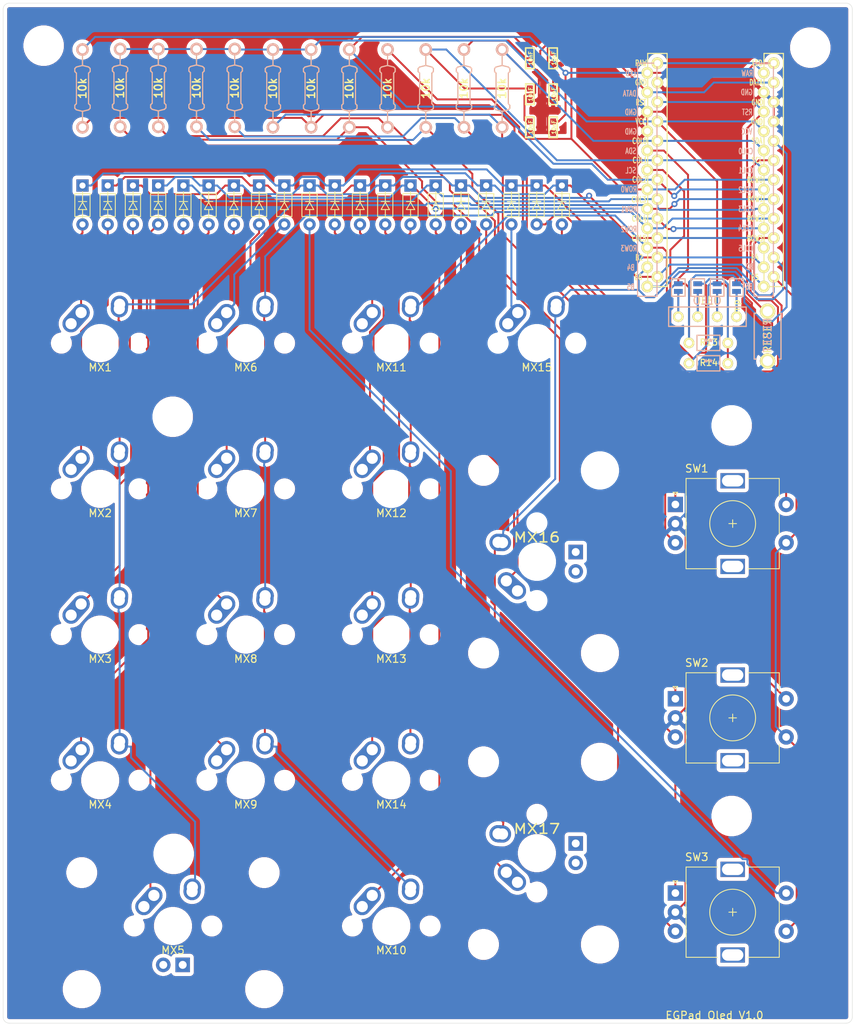
<source format=kicad_pcb>
(kicad_pcb (version 20171130) (host pcbnew "(5.1.10)-1")
  (layers (0 F.Cu signal) (31 B.Cu signal) (34 B.Paste user) (35 F.Paste user) (36 B.SilkS user) (37 F.SilkS user) (38 B.Mask user) (39 F.Mask user) (44 Edge.Cuts user))
  (net 0 "")
  (net 1 "Net-(D1-Pad2)")
  (net 2 ROW1)
  (net 3 "Net-(D2-Pad2)")
  (net 4 ROW2)
  (net 5 "Net-(D3-Pad2)")
  (net 6 ROW3)
  (net 7 "Net-(D6-Pad2)")
  (net 8 "Net-(D7-Pad2)")
  (net 9 "Net-(D11-Pad2)")
  (net 10 "Net-(D12-Pad2)")
  (net 11 "Net-(D13-Pad2)")
  (net 12 "Net-(D15-Pad2)")
  (net 13 "Net-(D17-Pad2)")
  (net 14 COL1)
  (net 15 A1)
  (net 16 GND)
  (net 17 B1)
  (net 18 A2)
  (net 19 B2)
  (net 20 A3)
  (net 21 B3)
  (net 22 "Net-(D4-Pad2)")
  (net 23 ROW4)
  (net 24 "Net-(D5-Pad2)")
  (net 25 ROW5)
  (net 26 "Net-(D8-Pad2)")
  (net 27 "Net-(D9-Pad2)")
  (net 28 "Net-(D10-Pad2)")
  (net 29 "Net-(D14-Pad2)")
  (net 30 "Net-(D16-Pad2)")
  (net 31 "Net-(D18-Pad2)")
  (net 32 "Net-(D19-Pad2)")
  (net 33 "Net-(D20-Pad2)")
  (net 34 COL2)
  (net 35 COL3)
  (net 36 COL4)
  (net 37 "Net-(R1-Pad2)")
  (net 38 "Net-(R2-Pad2)")
  (net 39 "Net-(R3-Pad2)")
  (net 40 "Net-(R10-Pad2)")
  (net 41 "Net-(R11-Pad2)")
  (net 42 "Net-(R12-Pad2)")
  (net 43 VCC)
  (net 44 COL5)
  (net 45 "Net-(U1-Pad24)")
  (net 46 "Net-(J1-Pad4)")
  (net 47 "Net-(J1-Pad3)")
  (net 48 "Net-(J1-Pad2)")
  (net 49 "Net-(J1-Pad1)")
  (net 50 SCL)
  (net 51 SDA)
  (net 52 reset)
  (module kbd:M2_HOLE_v2 (layer F.Cu) (at 185.039 84.582)
    (fp_text reference Ref**4 hide)
    (fp_text value Val** hide)
    (pad "" np_thru_hole circle (at 0 0) (size 4.3 4.3) (drill 4.3) (layers *.Cu *.Mask))
  )
  (module kbd:M2_HOLE_v2 (layer F.Cu) (at 111.887 83.439)
    (fp_text reference Ref** hide)
    (fp_text value Val** hide)
    (pad "" np_thru_hole circle (at 0 0) (size 4.3 4.3) (drill 4.3) (layers *.Cu *.Mask))
  )
  (module kbd:M2_HOLE_v2 (layer F.Cu) (at 112.014 140.589)
    (fp_text reference Ref**5 hide)
    (fp_text value Val** hide)
    (pad "" np_thru_hole circle (at 0 0) (size 4.3 4.3) (drill 4.3) (layers *.Cu *.Mask))
  )
  (module kbd:M2_HOLE_v2 (layer F.Cu) (at 185.039 135.636)
    (fp_text reference Ref**6 hide)
    (fp_text value Val** hide)
    (pad "" np_thru_hole circle (at 0 0) (size 4.3 4.3) (drill 4.3) (layers *.Cu *.Mask))
  )
  (module kbd:M2_HOLE_v2 (layer F.Cu) (at 195.326 35.179)
    (fp_text reference Ref**1 hide)
    (fp_text value Val** hide)
    (pad "" np_thru_hole circle (at 0 0) (size 4.3 4.3) (drill 4.3) (layers *.Cu *.Mask))
  )
  (module kbd:M2_HOLE_v2 (layer F.Cu) (at 94.996 34.925)
    (fp_text reference Ref**2 hide)
    (fp_text value Val** hide)
    (pad "" np_thru_hole circle (at 0 0) (size 4.3 4.3) (drill 4.3) (layers *.Cu *.Mask))
  )
  (module kbd:Jumper (layer B.Cu) (at 178.054 66.548 90)
    (fp_text reference JP8 hide)
    (fp_text value Jmp hide)
    (pad 2 smd rect (at 0.50038 0 90) (size 0.635 1.143) (layers B.Cu B.Paste B.Mask) (net 16 GND) (clearance 0.1905))
    (pad 1 smd rect (at -0.50038 0 90) (size 0.635 1.143) (layers B.Cu B.Paste B.Mask) (net 49 "Net-(J1-Pad1)") (clearance 0.1905))
  )
  (module kbd:Jumper (layer B.Cu) (at 180.594 66.548 90)
    (fp_text reference JP7 hide)
    (fp_text value Jmp hide)
    (pad 2 smd rect (at 0.50038 0 90) (size 0.635 1.143) (layers B.Cu B.Paste B.Mask) (net 43 VCC) (clearance 0.1905))
    (pad 1 smd rect (at -0.50038 0 90) (size 0.635 1.143) (layers B.Cu B.Paste B.Mask) (net 48 "Net-(J1-Pad2)") (clearance 0.1905))
  )
  (module kbd:Jumper (layer B.Cu) (at 183.134 66.5556 90)
    (fp_text reference JP6 hide)
    (fp_text value Jmp hide)
    (pad 2 smd rect (at 0.50038 0 90) (size 0.635 1.143) (layers B.Cu B.Paste B.Mask) (net 50 SCL) (clearance 0.1905))
    (pad 1 smd rect (at -0.50038 0 90) (size 0.635 1.143) (layers B.Cu B.Paste B.Mask) (net 47 "Net-(J1-Pad3)") (clearance 0.1905))
  )
  (module kbd:Jumper (layer B.Cu) (at 185.674 66.548 90)
    (fp_text reference JP5 hide)
    (fp_text value Jmp hide)
    (pad 1 smd rect (at -0.50038 0 90) (size 0.635 1.143) (layers B.Cu B.Paste B.Mask) (net 46 "Net-(J1-Pad4)") (clearance 0.1905))
    (pad 2 smd rect (at 0.50038 0 90) (size 0.635 1.143) (layers B.Cu B.Paste B.Mask) (net 51 SDA) (clearance 0.1905))
  )
  (module kbd:ProMicro_v2 (layer F.Cu) (at 182.88 51.689)
    (fp_text reference U1 hide)
    (fp_text value ProMicro hide)
    (fp_text user "" (at -0.5 -17.25) (layer F.SilkS))
    (fp_text user "" (at -1.2065 -16.256) (layer B.SilkS) (effects (justify mirror)))
    (fp_text user RAW (at -9.7155 -14.478) (layer F.SilkS) (effects (font (size 0.75 0.5) (thickness 0.125))))
    (fp_text user LED (at 5.5 -14.478) (layer F.SilkS) (effects (font (size 0.75 0.5) (thickness 0.125))))
    (fp_text user GND (at -9.7155 -11.938) (layer F.SilkS) (effects (font (size 0.75 0.5) (thickness 0.125))))
    (fp_text user DATA (at 5.35 -11.95) (layer F.SilkS) (effects (font (size 0.75 0.5) (thickness 0.125))))
    (fp_text user RST (at -9.7155 -9.3345) (layer F.SilkS) (effects (font (size 0.75 0.5) (thickness 0.125))))
    (fp_text user GND (at 5.5245 -9.3345) (layer F.SilkS) (effects (font (size 0.75 0.5) (thickness 0.125))))
    (fp_text user VCC (at -9.7155 -6.858) (layer F.SilkS) (effects (font (size 0.75 0.5) (thickness 0.125))))
    (fp_text user GND (at 5.461 -6.7945) (layer F.SilkS) (effects (font (size 0.75 0.5) (thickness 0.125))))
    (fp_text user COL3 (at -10 3.35) (layer F.SilkS) (effects (font (size 0.75 0.5) (thickness 0.125))))
    (fp_text user ROW0 (at 5.2 0.8) (layer F.SilkS) (effects (font (size 0.75 0.5) (thickness 0.125))))
    (fp_text user COL2 (at -9.9 0.762) (layer F.SilkS) (effects (font (size 0.75 0.5) (thickness 0.125))))
    (fp_text user SCL (at 5.461 -1.778) (layer F.SilkS) (effects (font (size 0.75 0.5) (thickness 0.125))))
    (fp_text user COL1 (at -9.85 -1.778) (layer F.SilkS) (effects (font (size 0.75 0.5) (thickness 0.125))))
    (fp_text user SDA (at 5.461 -4.318) (layer F.SilkS) (effects (font (size 0.75 0.5) (thickness 0.125))))
    (fp_text user COL0 (at -9.9 -4.3) (layer F.SilkS) (effects (font (size 0.75 0.5) (thickness 0.125))))
    (fp_text user B6 (at -10.05 13.5) (layer F.SilkS) (effects (font (size 0.75 0.5) (thickness 0.125))))
    (fp_text user B5 (at 5.2 13.5255) (layer F.SilkS) (effects (font (size 0.75 0.5) (thickness 0.125))))
    (fp_text user B4 (at 5.2 10.922) (layer F.SilkS) (effects (font (size 0.75 0.5) (thickness 0.125))))
    (fp_text user B2 (at -9.95 10.95) (layer F.SilkS) (effects (font (size 0.75 0.5) (thickness 0.125))))
    (fp_text user ROW3 (at 5.2 8.4455) (layer F.SilkS) (effects (font (size 0.75 0.5) (thickness 0.125))))
    (fp_text user COL5 (at -9.95 8.4455) (layer F.SilkS) (effects (font (size 0.75 0.5) (thickness 0.125))))
    (fp_text user ROW2 (at 5.2 5.85) (layer F.SilkS) (effects (font (size 0.75 0.5) (thickness 0.125))))
    (fp_text user COL4 (at -9.95 5.85) (layer F.SilkS) (effects (font (size 0.75 0.5) (thickness 0.125))))
    (fp_text user ROW1 (at 5.25 3.302) (layer F.SilkS) (effects (font (size 0.75 0.5) (thickness 0.125))))
    (fp_text user ROW1 (at -11.3 4.6355) (layer B.SilkS) (effects (font (size 0.75 0.5) (thickness 0.125)) (justify mirror)))
    (fp_text user COL4 (at 3.95 7.112) (layer B.SilkS) (effects (font (size 0.75 0.5) (thickness 0.125)) (justify mirror)))
    (fp_text user ROW2 (at -11.3 7.239) (layer B.SilkS) (effects (font (size 0.75 0.5) (thickness 0.125)) (justify mirror)))
    (fp_text user COL5 (at 4 9.75) (layer B.SilkS) (effects (font (size 0.75 0.5) (thickness 0.125)) (justify mirror)))
    (fp_text user ROW3 (at -11.3 9.75) (layer B.SilkS) (effects (font (size 0.75 0.5) (thickness 0.125)) (justify mirror)))
    (fp_text user B2 (at 4.5085 12.1285) (layer B.SilkS) (effects (font (size 0.75 0.5) (thickness 0.125)) (justify mirror)))
    (fp_text user B4 (at -11.049 12.2555) (layer B.SilkS) (effects (font (size 0.75 0.5) (thickness 0.125)) (justify mirror)))
    (fp_text user B5 (at -11.049 14.7955) (layer B.SilkS) (effects (font (size 0.75 0.5) (thickness 0.125)) (justify mirror)))
    (fp_text user B6 (at 4.445 14.732) (layer B.SilkS) (effects (font (size 0.75 0.5) (thickness 0.125)) (justify mirror)))
    (fp_text user COL0 (at 4 -2.95) (layer B.SilkS) (effects (font (size 0.75 0.5) (thickness 0.125)) (justify mirror)))
    (fp_text user SDA (at -11.049 -2.9845) (layer B.SilkS) (effects (font (size 0.75 0.5) (thickness 0.125)) (justify mirror)))
    (fp_text user COL1 (at 4 -0.4445) (layer B.SilkS) (effects (font (size 0.75 0.5) (thickness 0.125)) (justify mirror)))
    (fp_text user SCL (at -11.049 -0.4445) (layer B.SilkS) (effects (font (size 0.75 0.5) (thickness 0.125)) (justify mirror)))
    (fp_text user COL2 (at 4 2.1) (layer B.SilkS) (effects (font (size 0.75 0.5) (thickness 0.125)) (justify mirror)))
    (fp_text user ROW0 (at -11.3 2.032) (layer B.SilkS) (effects (font (size 0.75 0.5) (thickness 0.125)) (justify mirror)))
    (fp_text user COL3 (at 4 4.6) (layer B.SilkS) (effects (font (size 0.75 0.5) (thickness 0.125)) (justify mirror)))
    (fp_text user GND (at -11.049 -5.5245) (layer B.SilkS) (effects (font (size 0.75 0.5) (thickness 0.125)) (justify mirror)))
    (fp_text user VCC (at 4.1275 -5.5245) (layer B.SilkS) (effects (font (size 0.75 0.5) (thickness 0.125)) (justify mirror)))
    (fp_text user GND (at -11.049 -8.0645) (layer B.SilkS) (effects (font (size 0.75 0.5) (thickness 0.125)) (justify mirror)))
    (fp_text user RST (at 4.191 -8.0645) (layer B.SilkS) (effects (font (size 0.75 0.5) (thickness 0.125)) (justify mirror)))
    (fp_text user DATA (at -11.2 -10.5) (layer B.SilkS) (effects (font (size 0.75 0.5) (thickness 0.125)) (justify mirror)))
    (fp_text user GND (at 4.1275 -10.668) (layer B.SilkS) (effects (font (size 0.75 0.5) (thickness 0.125)) (justify mirror)))
    (fp_text user LED (at -11.049 -13.1445) (layer B.SilkS) (effects (font (size 0.75 0.5) (thickness 0.125)) (justify mirror)))
    (fp_text user RAW (at 4.191 -13.1445) (layer B.SilkS) (effects (font (size 0.75 0.5) (thickness 0.125)) (justify mirror)))
    (pad 24 thru_hole circle (at 6.35 -13.208) (size 1.524 1.524) (drill 0.8128) (layers *.Cu *.Mask F.SilkS) (net 45 "Net-(U1-Pad24)"))
    (pad 23 thru_hole circle (at 6.35 -10.668) (size 1.524 1.524) (drill 0.8128) (layers *.Cu *.Mask F.SilkS) (net 16 GND))
    (pad 22 thru_hole circle (at 6.35 -8.128) (size 1.524 1.524) (drill 0.8128) (layers *.Cu *.Mask F.SilkS) (net 52 reset))
    (pad 21 thru_hole circle (at 6.35 -5.588) (size 1.524 1.524) (drill 0.8128) (layers *.Cu *.Mask F.SilkS) (net 43 VCC))
    (pad 20 thru_hole circle (at 6.35 -3.048) (size 1.524 1.524) (drill 0.8128) (layers *.Cu *.Mask F.SilkS) (net 17 B1))
    (pad 19 thru_hole circle (at 6.35 -0.508) (size 1.524 1.524) (drill 0.8128) (layers *.Cu *.Mask F.SilkS) (net 19 B2))
    (pad 18 thru_hole circle (at 6.35 2.032) (size 1.524 1.524) (drill 0.8128) (layers *.Cu *.Mask F.SilkS) (net 21 B3))
    (pad 17 thru_hole circle (at 6.35 4.572) (size 1.524 1.524) (drill 0.8128) (layers *.Cu *.Mask F.SilkS) (net 25 ROW5))
    (pad 16 thru_hole circle (at 6.35 7.112) (size 1.524 1.524) (drill 0.8128) (layers *.Cu *.Mask F.SilkS) (net 23 ROW4))
    (pad 15 thru_hole circle (at 6.35 9.652) (size 1.524 1.524) (drill 0.8128) (layers *.Cu *.Mask F.SilkS) (net 6 ROW3))
    (pad 14 thru_hole circle (at 6.35 12.192) (size 1.524 1.524) (drill 0.8128) (layers *.Cu *.Mask F.SilkS) (net 4 ROW2))
    (pad 13 thru_hole circle (at 6.35 14.732) (size 1.524 1.524) (drill 0.8128) (layers *.Cu *.Mask F.SilkS) (net 2 ROW1))
    (pad 12 thru_hole circle (at -8.89 14.732) (size 1.524 1.524) (drill 0.8128) (layers *.Cu *.Mask F.SilkS) (net 44 COL5))
    (pad 11 thru_hole circle (at -8.89 12.192) (size 1.524 1.524) (drill 0.8128) (layers *.Cu *.Mask F.SilkS) (net 36 COL4))
    (pad 10 thru_hole circle (at -8.89 9.652) (size 1.524 1.524) (drill 0.8128) (layers *.Cu *.Mask F.SilkS) (net 35 COL3))
    (pad 9 thru_hole circle (at -8.89 7.112) (size 1.524 1.524) (drill 0.8128) (layers *.Cu *.Mask F.SilkS) (net 34 COL2))
    (pad 8 thru_hole circle (at -8.89 4.572) (size 1.524 1.524) (drill 0.8128) (layers *.Cu *.Mask F.SilkS) (net 14 COL1))
    (pad 7 thru_hole circle (at -8.89 2.032) (size 1.524 1.524) (drill 0.8128) (layers *.Cu *.Mask F.SilkS) (net 20 A3))
    (pad 6 thru_hole circle (at -8.89 -0.508) (size 1.524 1.524) (drill 0.8128) (layers *.Cu *.Mask F.SilkS) (net 50 SCL))
    (pad 5 thru_hole circle (at -8.89 -3.048) (size 1.524 1.524) (drill 0.8128) (layers *.Cu *.Mask F.SilkS) (net 51 SDA))
    (pad 4 thru_hole circle (at -8.89 -5.588) (size 1.524 1.524) (drill 0.8128) (layers *.Cu *.Mask F.SilkS) (net 16 GND))
    (pad 3 thru_hole circle (at -8.89 -8.128) (size 1.524 1.524) (drill 0.8128) (layers *.Cu *.Mask F.SilkS) (net 16 GND))
    (pad 2 thru_hole circle (at -8.89 -10.668) (size 1.524 1.524) (drill 0.8128) (layers *.Cu *.Mask F.SilkS) (net 18 A2))
    (pad 1 thru_hole circle (at -8.89 -13.208) (size 1.524 1.524) (drill 0.8128) (layers *.Cu *.Mask F.SilkS) (net 15 A1))
    (pad 1 thru_hole circle (at 7.6564 -14.478) (size 1.524 1.524) (drill 0.8128) (layers *.Cu *.Mask F.SilkS) (net 15 A1))
    (pad 2 thru_hole circle (at 7.6564 -11.938) (size 1.524 1.524) (drill 0.8128) (layers *.Cu *.Mask F.SilkS) (net 18 A2))
    (pad 3 thru_hole circle (at 7.6564 -9.398) (size 1.524 1.524) (drill 0.8128) (layers *.Cu *.Mask F.SilkS) (net 16 GND))
    (pad 4 thru_hole circle (at 7.6564 -6.858) (size 1.524 1.524) (drill 0.8128) (layers *.Cu *.Mask F.SilkS) (net 16 GND))
    (pad 5 thru_hole circle (at 7.6564 -4.318) (size 1.524 1.524) (drill 0.8128) (layers *.Cu *.Mask F.SilkS) (net 51 SDA))
    (pad 6 thru_hole circle (at 7.6564 -1.778) (size 1.524 1.524) (drill 0.8128) (layers *.Cu *.Mask F.SilkS) (net 50 SCL))
    (pad 7 thru_hole circle (at 7.6564 0.762) (size 1.524 1.524) (drill 0.8128) (layers *.Cu *.Mask F.SilkS) (net 20 A3))
    (pad 8 thru_hole circle (at 7.6564 3.302) (size 1.524 1.524) (drill 0.8128) (layers *.Cu *.Mask F.SilkS) (net 14 COL1))
    (pad 9 thru_hole circle (at 7.6564 5.842) (size 1.524 1.524) (drill 0.8128) (layers *.Cu *.Mask F.SilkS) (net 34 COL2))
    (pad 10 thru_hole circle (at 7.6564 8.382) (size 1.524 1.524) (drill 0.8128) (layers *.Cu *.Mask F.SilkS) (net 35 COL3))
    (pad 11 thru_hole circle (at 7.6564 10.922) (size 1.524 1.524) (drill 0.8128) (layers *.Cu *.Mask F.SilkS) (net 36 COL4))
    (pad 12 thru_hole circle (at 7.6564 13.462) (size 1.524 1.524) (drill 0.8128) (layers *.Cu *.Mask F.SilkS) (net 44 COL5))
    (pad 13 thru_hole circle (at -7.5636 13.462) (size 1.524 1.524) (drill 0.8128) (layers *.Cu *.Mask F.SilkS) (net 2 ROW1))
    (pad 14 thru_hole circle (at -7.5636 10.922) (size 1.524 1.524) (drill 0.8128) (layers *.Cu *.Mask F.SilkS) (net 4 ROW2))
    (pad 15 thru_hole circle (at -7.5636 8.382) (size 1.524 1.524) (drill 0.8128) (layers *.Cu *.Mask F.SilkS) (net 6 ROW3))
    (pad 16 thru_hole circle (at -7.5636 5.842) (size 1.524 1.524) (drill 0.8128) (layers *.Cu *.Mask F.SilkS) (net 23 ROW4))
    (pad 17 thru_hole circle (at -7.5636 3.302) (size 1.524 1.524) (drill 0.8128) (layers *.Cu *.Mask F.SilkS) (net 25 ROW5))
    (pad 18 thru_hole circle (at -7.5636 0.762) (size 1.524 1.524) (drill 0.8128) (layers *.Cu *.Mask F.SilkS) (net 21 B3))
    (pad 19 thru_hole circle (at -7.5636 -1.778) (size 1.524 1.524) (drill 0.8128) (layers *.Cu *.Mask F.SilkS) (net 19 B2))
    (pad 20 thru_hole circle (at -7.5636 -4.318) (size 1.524 1.524) (drill 0.8128) (layers *.Cu *.Mask F.SilkS) (net 17 B1))
    (pad 21 thru_hole circle (at -7.5636 -6.858) (size 1.524 1.524) (drill 0.8128) (layers *.Cu *.Mask F.SilkS) (net 43 VCC))
    (pad 22 thru_hole circle (at -7.5636 -9.398) (size 1.524 1.524) (drill 0.8128) (layers *.Cu *.Mask F.SilkS) (net 52 reset))
    (pad 23 thru_hole circle (at -7.5636 -11.938) (size 1.524 1.524) (drill 0.8128) (layers *.Cu *.Mask F.SilkS) (net 16 GND))
    (pad 24 thru_hole circle (at -7.5636 -14.478) (size 1.524 1.524) (drill 0.8128) (layers *.Cu *.Mask F.SilkS) (net 45 "Net-(U1-Pad24)"))
  )
  (module kbd:ResetSW (layer F.Cu) (at 189.738 72.898 90)
    (fp_text reference RSW1 hide)
    (fp_text value SW_Push)
    (fp_text user RESET (at 0 0 90) (layer F.SilkS))
    (fp_text user RESET (at 0.127 0 90) (layer B.SilkS) (effects (justify mirror)))
    (pad 2 thru_hole circle (at -3.25 0 90) (size 2 2) (drill 1.3) (layers *.Cu *.Mask F.SilkS) (net 16 GND))
    (pad 1 thru_hole circle (at 3.25 0 90) (size 2 2) (drill 1.3) (layers *.Cu *.Mask F.SilkS) (net 52 reset))
  )
  (module kbd:R (layer F.Cu) (at 181.991 76.454)
    (fp_text reference R14 (at 0.05 -0.08) (layer F.SilkS) (effects (font (size 0.8128 0.8128))))
    (fp_text value R hide)
    (fp_text user ** (at 0 -0.0635) (layer B.SilkS) (effects (font (size 0.8128 0.8128)) (justify mirror)))
    (pad 2 thru_hole circle (at 2.54 0) (size 1.397 1.397) (drill 0.8128) (layers *.Cu *.Mask F.SilkS) (net 43 VCC))
    (pad 1 thru_hole circle (at -2.54 0) (size 1.397 1.397) (drill 0.8128) (layers *.Cu *.Mask F.SilkS) (net 50 SCL))
  )
  (module kbd:R (layer F.Cu) (at 181.991 73.787)
    (fp_text reference R13 (at 0.05 -0.08) (layer F.SilkS) (effects (font (size 0.8128 0.8128))))
    (fp_text value R hide)
    (fp_text user ** (at 0 -0.0635) (layer B.SilkS) (effects (font (size 0.8128 0.8128)) (justify mirror)))
    (pad 2 thru_hole circle (at 2.54 0) (size 1.397 1.397) (drill 0.8128) (layers *.Cu *.Mask F.SilkS) (net 43 VCC))
    (pad 1 thru_hole circle (at -2.54 0) (size 1.397 1.397) (drill 0.8128) (layers *.Cu *.Mask F.SilkS) (net 51 SDA))
  )
  (module kbd:Jumper (layer F.Cu) (at 178.054 66.548 90)
    (fp_text reference JP4 hide)
    (fp_text value Jmp hide)
    (pad 2 smd rect (at 0.50038 0 90) (size 0.635 1.143) (layers F.Cu F.Paste F.Mask) (net 51 SDA) (clearance 0.1905))
    (pad 1 smd rect (at -0.50038 0 90) (size 0.635 1.143) (layers F.Cu F.Paste F.Mask) (net 49 "Net-(J1-Pad1)") (clearance 0.1905))
  )
  (module kbd:Jumper (layer F.Cu) (at 180.594 66.5556 90)
    (fp_text reference JP3 hide)
    (fp_text value Jmp hide)
    (pad 2 smd rect (at 0.50038 0 90) (size 0.635 1.143) (layers F.Cu F.Paste F.Mask) (net 50 SCL) (clearance 0.1905))
    (pad 1 smd rect (at -0.50038 0 90) (size 0.635 1.143) (layers F.Cu F.Paste F.Mask) (net 48 "Net-(J1-Pad2)") (clearance 0.1905))
  )
  (module kbd:Jumper (layer F.Cu) (at 183.134 66.548 90)
    (fp_text reference JP2 hide)
    (fp_text value Jmp hide)
    (pad 2 smd rect (at 0.50038 0 90) (size 0.635 1.143) (layers F.Cu F.Paste F.Mask) (net 43 VCC) (clearance 0.1905))
    (pad 1 smd rect (at -0.50038 0 90) (size 0.635 1.143) (layers F.Cu F.Paste F.Mask) (net 47 "Net-(J1-Pad3)") (clearance 0.1905))
  )
  (module kbd:Jumper (layer F.Cu) (at 185.674 66.548 90)
    (fp_text reference JP1 hide)
    (fp_text value Jmp (at -2.794 0 90) (layer F.SilkS) (effects (font (size 0.8128 0.8128))))
    (pad 2 smd rect (at 0.50038 0 90) (size 0.635 1.143) (layers F.Cu F.Paste F.Mask) (net 16 GND) (clearance 0.1905))
    (pad 1 smd rect (at -0.50038 0 90) (size 0.635 1.143) (layers F.Cu F.Paste F.Mask) (net 46 "Net-(J1-Pad4)") (clearance 0.1905))
  )
  (module kbd:OLED (layer F.Cu) (at 178.054 70.358)
    (fp_text reference J1)
    (fp_text value OLED hide)
    (fp_text user OLED (at 3.75 -2.1) (layer B.SilkS) (effects (justify mirror)))
    (fp_text user OLED (at 3.8 -2.1) (layer F.SilkS))
    (pad 4 thru_hole circle (at 7.62 0) (size 1.397 1.397) (drill 0.8128) (layers *.Cu *.Mask F.SilkS) (net 46 "Net-(J1-Pad4)"))
    (pad 3 thru_hole circle (at 5.08 0) (size 1.397 1.397) (drill 0.8128) (layers *.Cu *.Mask F.SilkS) (net 47 "Net-(J1-Pad3)"))
    (pad 2 thru_hole circle (at 2.54 0) (size 1.397 1.397) (drill 0.8128) (layers *.Cu *.Mask F.SilkS) (net 48 "Net-(J1-Pad2)"))
    (pad 1 thru_hole circle (at 0 0) (size 1.397 1.397) (drill 0.8128) (layers *.Cu *.Mask F.SilkS) (net 49 "Net-(J1-Pad1)"))
  )
  (module "MX Alps Hybrid Footprints:MX-1U-NoLED" (layer F.Cu) (at 159.544 73.8188)
    (fp_text reference MX15 (at 0 3.175) (layer F.SilkS))
    (fp_text value MX-NoLED)
    (pad "" np_thru_hole circle (at 5.08 0 48.0996) (size 1.75 1.75) (drill 1.75) (layers *.Cu *.Mask))
    (pad "" np_thru_hole circle (at -5.08 0 48.0996) (size 1.75 1.75) (drill 1.75) (layers *.Cu *.Mask))
    (pad 2 thru_hole circle (at -2.5 -4) (size 2.25 2.25) (drill 1.47) (layers *.Cu B.Mask) (net 12 "Net-(D15-Pad2)"))
    (pad "" np_thru_hole circle (at 0 0) (size 3.9878 3.9878) (drill 3.9878) (layers *.Cu *.Mask))
    (pad 2 thru_hole oval (at -3.81 -2.54 48) (size 4.211556 2.25) (drill 1.47 (offset 0.980778 0)) (layers *.Cu B.Mask) (net 12 "Net-(D15-Pad2)"))
    (pad 1 thru_hole circle (at 2.54 -5.08) (size 2.25 2.25) (drill 1.47) (layers *.Cu B.Mask) (net 36 COL4))
    (pad 1 thru_hole oval (at 2.5 -4.5 86) (size 2.831378 2.25) (drill 1.47 (offset 0.290689 0)) (layers *.Cu B.Mask) (net 36 COL4))
  )
  (module "MX Alps Hybrid Footprints:MX-2U" (layer F.Cu) (at 111.919 150.019)
    (fp_text reference MX5 (at 0 3.175) (layer F.SilkS))
    (fp_text value MX-NoLED)
    (pad 1 thru_hole oval (at 2.5 -4.5 86) (size 2.831378 2.25) (drill 1.47 (offset 0.290689 0)) (layers *.Cu B.Mask) (net 14 COL1))
    (pad 1 thru_hole circle (at 2.54 -5.08) (size 2.25 2.25) (drill 1.47) (layers *.Cu B.Mask) (net 14 COL1))
    (pad 2 thru_hole oval (at -3.81 -2.54 48) (size 4.211556 2.25) (drill 1.47 (offset 0.980778 0)) (layers *.Cu B.Mask) (net 24 "Net-(D5-Pad2)"))
    (pad "" np_thru_hole circle (at 0 0) (size 3.9878 3.9878) (drill 3.9878) (layers *.Cu *.Mask))
    (pad 2 thru_hole circle (at -2.5 -4) (size 2.25 2.25) (drill 1.47) (layers *.Cu B.Mask) (net 24 "Net-(D5-Pad2)"))
    (pad 3 thru_hole circle (at -1.27 5.08) (size 1.905 1.905) (drill 1.04) (layers *.Cu B.Mask))
    (pad 4 thru_hole rect (at 1.27 5.08) (size 1.905 1.905) (drill 1.04) (layers *.Cu B.Mask))
    (pad "" np_thru_hole circle (at -5.08 0 48.0996) (size 1.75 1.75) (drill 1.75) (layers *.Cu *.Mask))
    (pad "" np_thru_hole circle (at 5.08 0 48.0996) (size 1.75 1.75) (drill 1.75) (layers *.Cu *.Mask))
    (pad "" np_thru_hole circle (at -11.938 -6.985) (size 3.048 3.048) (drill 3.048) (layers *.Cu *.Mask))
    (pad "" np_thru_hole circle (at 11.938 -6.985) (size 3.048 3.048) (drill 3.048) (layers *.Cu *.Mask))
    (pad "" np_thru_hole circle (at -11.938 8.255) (size 3.9878 3.9878) (drill 3.9878) (layers *.Cu *.Mask))
    (pad "" np_thru_hole circle (at 11.938 8.255) (size 3.9878 3.9878) (drill 3.9878) (layers *.Cu *.Mask))
  )
  (module "MX Alps Hybrid Footprints:MX-2U" (layer F.Cu) (at 159.544 140.494 90)
    (fp_text reference MX17 (at 3.175 0) (layer F.SilkS) (effects (font (size 1.27 1.524) (thickness 0.2032))))
    (fp_text value MX-NoLED hide)
    (pad 1 thru_hole oval (at 2.5 -4.5 176) (size 2.831378 2.25) (drill 1.47 (offset 0.290689 0)) (layers *.Cu B.Mask) (net 36 COL4))
    (pad 1 thru_hole circle (at 2.54 -5.08 90) (size 2.25 2.25) (drill 1.47) (layers *.Cu B.Mask) (net 36 COL4))
    (pad 2 thru_hole oval (at -3.81 -2.54 138) (size 4.211556 2.25) (drill 1.47 (offset 0.980778 0)) (layers *.Cu B.Mask) (net 13 "Net-(D17-Pad2)"))
    (pad "" np_thru_hole circle (at 0 0 90) (size 3.9878 3.9878) (drill 3.9878) (layers *.Cu *.Mask))
    (pad 2 thru_hole circle (at -2.5 -4 90) (size 2.25 2.25) (drill 1.47) (layers *.Cu B.Mask) (net 13 "Net-(D17-Pad2)"))
    (pad 3 thru_hole circle (at -1.27 5.08 90) (size 1.905 1.905) (drill 1.04) (layers *.Cu B.Mask))
    (pad 4 thru_hole rect (at 1.27 5.08 90) (size 1.905 1.905) (drill 1.04) (layers *.Cu B.Mask))
    (pad "" np_thru_hole circle (at -5.08 0 138.0996) (size 1.75 1.75) (drill 1.75) (layers *.Cu *.Mask))
    (pad "" np_thru_hole circle (at 5.08 0 138.0996) (size 1.75 1.75) (drill 1.75) (layers *.Cu *.Mask))
    (pad "" np_thru_hole circle (at -11.938 -6.985 90) (size 3.048 3.048) (drill 3.048) (layers *.Cu *.Mask))
    (pad "" np_thru_hole circle (at 11.938 -6.985 90) (size 3.048 3.048) (drill 3.048) (layers *.Cu *.Mask))
    (pad "" np_thru_hole circle (at -11.938 8.255 90) (size 3.9878 3.9878) (drill 3.9878) (layers *.Cu *.Mask))
    (pad "" np_thru_hole circle (at 11.938 8.255 90) (size 3.9878 3.9878) (drill 3.9878) (layers *.Cu *.Mask))
  )
  (module "MX Alps Hybrid Footprints:MX-2U" (layer F.Cu) (at 159.544 102.394 90)
    (fp_text reference MX16 (at 3.175 0) (layer F.SilkS) (effects (font (size 1.27 1.524) (thickness 0.2032))))
    (fp_text value MX-NoLED hide)
    (pad 1 thru_hole oval (at 2.5 -4.5 176) (size 2.831378 2.25) (drill 1.47 (offset 0.290689 0)) (layers *.Cu B.Mask) (net 36 COL4))
    (pad 1 thru_hole circle (at 2.54 -5.08 90) (size 2.25 2.25) (drill 1.47) (layers *.Cu B.Mask) (net 36 COL4))
    (pad 2 thru_hole oval (at -3.81 -2.54 138) (size 4.211556 2.25) (drill 1.47 (offset 0.980778 0)) (layers *.Cu B.Mask) (net 30 "Net-(D16-Pad2)"))
    (pad "" np_thru_hole circle (at 0 0 90) (size 3.9878 3.9878) (drill 3.9878) (layers *.Cu *.Mask))
    (pad 2 thru_hole circle (at -2.5 -4 90) (size 2.25 2.25) (drill 1.47) (layers *.Cu B.Mask) (net 30 "Net-(D16-Pad2)"))
    (pad 3 thru_hole circle (at -1.27 5.08 90) (size 1.905 1.905) (drill 1.04) (layers *.Cu B.Mask))
    (pad 4 thru_hole rect (at 1.27 5.08 90) (size 1.905 1.905) (drill 1.04) (layers *.Cu B.Mask))
    (pad "" np_thru_hole circle (at -5.08 0 138.0996) (size 1.75 1.75) (drill 1.75) (layers *.Cu *.Mask))
    (pad "" np_thru_hole circle (at 5.08 0 138.0996) (size 1.75 1.75) (drill 1.75) (layers *.Cu *.Mask))
    (pad "" np_thru_hole circle (at -11.938 -6.985 90) (size 3.048 3.048) (drill 3.048) (layers *.Cu *.Mask))
    (pad "" np_thru_hole circle (at 11.938 -6.985 90) (size 3.048 3.048) (drill 3.048) (layers *.Cu *.Mask))
    (pad "" np_thru_hole circle (at -11.938 8.255 90) (size 3.9878 3.9878) (drill 3.9878) (layers *.Cu *.Mask))
    (pad "" np_thru_hole circle (at 11.938 8.255 90) (size 3.9878 3.9878) (drill 3.9878) (layers *.Cu *.Mask))
  )
  (module "MX Alps Hybrid Footprints:MX-1U-NoLED" (layer F.Cu) (at 140.494 73.8188)
    (fp_text reference MX11 (at 0 3.175) (layer F.SilkS))
    (fp_text value MX-NoLED)
    (pad "" np_thru_hole circle (at 5.08 0 48.0996) (size 1.75 1.75) (drill 1.75) (layers *.Cu *.Mask))
    (pad "" np_thru_hole circle (at -5.08 0 48.0996) (size 1.75 1.75) (drill 1.75) (layers *.Cu *.Mask))
    (pad 2 thru_hole circle (at -2.5 -4) (size 2.25 2.25) (drill 1.47) (layers *.Cu B.Mask) (net 9 "Net-(D11-Pad2)"))
    (pad "" np_thru_hole circle (at 0 0) (size 3.9878 3.9878) (drill 3.9878) (layers *.Cu *.Mask))
    (pad 2 thru_hole oval (at -3.81 -2.54 48) (size 4.211556 2.25) (drill 1.47 (offset 0.980778 0)) (layers *.Cu B.Mask) (net 9 "Net-(D11-Pad2)"))
    (pad 1 thru_hole circle (at 2.54 -5.08) (size 2.25 2.25) (drill 1.47) (layers *.Cu B.Mask) (net 35 COL3))
    (pad 1 thru_hole oval (at 2.5 -4.5 86) (size 2.831378 2.25) (drill 1.47 (offset 0.290689 0)) (layers *.Cu B.Mask) (net 35 COL3))
  )
  (module "MX Alps Hybrid Footprints:MX-1U-NoLED" (layer F.Cu) (at 121.444 111.919)
    (fp_text reference MX8 (at 0 3.175) (layer F.SilkS))
    (fp_text value MX-NoLED)
    (pad "" np_thru_hole circle (at 5.08 0 48.0996) (size 1.75 1.75) (drill 1.75) (layers *.Cu *.Mask))
    (pad "" np_thru_hole circle (at -5.08 0 48.0996) (size 1.75 1.75) (drill 1.75) (layers *.Cu *.Mask))
    (pad 2 thru_hole circle (at -2.5 -4) (size 2.25 2.25) (drill 1.47) (layers *.Cu B.Mask) (net 26 "Net-(D8-Pad2)"))
    (pad "" np_thru_hole circle (at 0 0) (size 3.9878 3.9878) (drill 3.9878) (layers *.Cu *.Mask))
    (pad 2 thru_hole oval (at -3.81 -2.54 48) (size 4.211556 2.25) (drill 1.47 (offset 0.980778 0)) (layers *.Cu B.Mask) (net 26 "Net-(D8-Pad2)"))
    (pad 1 thru_hole circle (at 2.54 -5.08) (size 2.25 2.25) (drill 1.47) (layers *.Cu B.Mask) (net 34 COL2))
    (pad 1 thru_hole oval (at 2.5 -4.5 86) (size 2.831378 2.25) (drill 1.47 (offset 0.290689 0)) (layers *.Cu B.Mask) (net 34 COL2))
  )
  (module "MX Alps Hybrid Footprints:MX-1U-NoLED" (layer F.Cu) (at 102.394 130.969)
    (fp_text reference MX4 (at 0 3.175) (layer F.SilkS))
    (fp_text value MX-NoLED)
    (pad "" np_thru_hole circle (at 5.08 0 48.0996) (size 1.75 1.75) (drill 1.75) (layers *.Cu *.Mask))
    (pad "" np_thru_hole circle (at -5.08 0 48.0996) (size 1.75 1.75) (drill 1.75) (layers *.Cu *.Mask))
    (pad 2 thru_hole circle (at -2.5 -4) (size 2.25 2.25) (drill 1.47) (layers *.Cu B.Mask) (net 22 "Net-(D4-Pad2)"))
    (pad "" np_thru_hole circle (at 0 0) (size 3.9878 3.9878) (drill 3.9878) (layers *.Cu *.Mask))
    (pad 2 thru_hole oval (at -3.81 -2.54 48) (size 4.211556 2.25) (drill 1.47 (offset 0.980778 0)) (layers *.Cu B.Mask) (net 22 "Net-(D4-Pad2)"))
    (pad 1 thru_hole circle (at 2.54 -5.08) (size 2.25 2.25) (drill 1.47) (layers *.Cu B.Mask) (net 14 COL1))
    (pad 1 thru_hole oval (at 2.5 -4.5 86) (size 2.831378 2.25) (drill 1.47 (offset 0.290689 0)) (layers *.Cu B.Mask) (net 14 COL1))
  )
  (module "MX Alps Hybrid Footprints:MX-1U-NoLED" (layer F.Cu) (at 140.494 130.969)
    (fp_text reference MX14 (at 0 3.175) (layer F.SilkS))
    (fp_text value MX-NoLED)
    (pad "" np_thru_hole circle (at 5.08 0 48.0996) (size 1.75 1.75) (drill 1.75) (layers *.Cu *.Mask))
    (pad "" np_thru_hole circle (at -5.08 0 48.0996) (size 1.75 1.75) (drill 1.75) (layers *.Cu *.Mask))
    (pad 2 thru_hole circle (at -2.5 -4) (size 2.25 2.25) (drill 1.47) (layers *.Cu B.Mask) (net 29 "Net-(D14-Pad2)"))
    (pad "" np_thru_hole circle (at 0 0) (size 3.9878 3.9878) (drill 3.9878) (layers *.Cu *.Mask))
    (pad 2 thru_hole oval (at -3.81 -2.54 48) (size 4.211556 2.25) (drill 1.47 (offset 0.980778 0)) (layers *.Cu B.Mask) (net 29 "Net-(D14-Pad2)"))
    (pad 1 thru_hole circle (at 2.54 -5.08) (size 2.25 2.25) (drill 1.47) (layers *.Cu B.Mask) (net 35 COL3))
    (pad 1 thru_hole oval (at 2.5 -4.5 86) (size 2.831378 2.25) (drill 1.47 (offset 0.290689 0)) (layers *.Cu B.Mask) (net 35 COL3))
  )
  (module "MX Alps Hybrid Footprints:MX-1U-NoLED" (layer F.Cu) (at 140.494 111.919)
    (fp_text reference MX13 (at 0 3.175) (layer F.SilkS))
    (fp_text value MX-NoLED)
    (pad "" np_thru_hole circle (at 5.08 0 48.0996) (size 1.75 1.75) (drill 1.75) (layers *.Cu *.Mask))
    (pad "" np_thru_hole circle (at -5.08 0 48.0996) (size 1.75 1.75) (drill 1.75) (layers *.Cu *.Mask))
    (pad 2 thru_hole circle (at -2.5 -4) (size 2.25 2.25) (drill 1.47) (layers *.Cu B.Mask) (net 11 "Net-(D13-Pad2)"))
    (pad "" np_thru_hole circle (at 0 0) (size 3.9878 3.9878) (drill 3.9878) (layers *.Cu *.Mask))
    (pad 2 thru_hole oval (at -3.81 -2.54 48) (size 4.211556 2.25) (drill 1.47 (offset 0.980778 0)) (layers *.Cu B.Mask) (net 11 "Net-(D13-Pad2)"))
    (pad 1 thru_hole circle (at 2.54 -5.08) (size 2.25 2.25) (drill 1.47) (layers *.Cu B.Mask) (net 35 COL3))
    (pad 1 thru_hole oval (at 2.5 -4.5 86) (size 2.831378 2.25) (drill 1.47 (offset 0.290689 0)) (layers *.Cu B.Mask) (net 35 COL3))
  )
  (module "MX Alps Hybrid Footprints:MX-1U-NoLED" (layer F.Cu) (at 140.494 92.8688)
    (fp_text reference MX12 (at 0 3.175) (layer F.SilkS))
    (fp_text value MX-NoLED)
    (pad "" np_thru_hole circle (at 5.08 0 48.0996) (size 1.75 1.75) (drill 1.75) (layers *.Cu *.Mask))
    (pad "" np_thru_hole circle (at -5.08 0 48.0996) (size 1.75 1.75) (drill 1.75) (layers *.Cu *.Mask))
    (pad 2 thru_hole circle (at -2.5 -4) (size 2.25 2.25) (drill 1.47) (layers *.Cu B.Mask) (net 10 "Net-(D12-Pad2)"))
    (pad "" np_thru_hole circle (at 0 0) (size 3.9878 3.9878) (drill 3.9878) (layers *.Cu *.Mask))
    (pad 2 thru_hole oval (at -3.81 -2.54 48) (size 4.211556 2.25) (drill 1.47 (offset 0.980778 0)) (layers *.Cu B.Mask) (net 10 "Net-(D12-Pad2)"))
    (pad 1 thru_hole circle (at 2.54 -5.08) (size 2.25 2.25) (drill 1.47) (layers *.Cu B.Mask) (net 35 COL3))
    (pad 1 thru_hole oval (at 2.5 -4.5 86) (size 2.831378 2.25) (drill 1.47 (offset 0.290689 0)) (layers *.Cu B.Mask) (net 35 COL3))
  )
  (module "MX Alps Hybrid Footprints:MX-1U-NoLED" (layer F.Cu) (at 140.494 150.019)
    (fp_text reference MX10 (at 0 3.175) (layer F.SilkS))
    (fp_text value MX-NoLED)
    (pad "" np_thru_hole circle (at 5.08 0 48.0996) (size 1.75 1.75) (drill 1.75) (layers *.Cu *.Mask))
    (pad "" np_thru_hole circle (at -5.08 0 48.0996) (size 1.75 1.75) (drill 1.75) (layers *.Cu *.Mask))
    (pad 2 thru_hole circle (at -2.5 -4) (size 2.25 2.25) (drill 1.47) (layers *.Cu B.Mask) (net 28 "Net-(D10-Pad2)"))
    (pad "" np_thru_hole circle (at 0 0) (size 3.9878 3.9878) (drill 3.9878) (layers *.Cu *.Mask))
    (pad 2 thru_hole oval (at -3.81 -2.54 48) (size 4.211556 2.25) (drill 1.47 (offset 0.980778 0)) (layers *.Cu B.Mask) (net 28 "Net-(D10-Pad2)"))
    (pad 1 thru_hole circle (at 2.54 -5.08) (size 2.25 2.25) (drill 1.47) (layers *.Cu B.Mask) (net 34 COL2))
    (pad 1 thru_hole oval (at 2.5 -4.5 86) (size 2.831378 2.25) (drill 1.47 (offset 0.290689 0)) (layers *.Cu B.Mask) (net 34 COL2))
  )
  (module "MX Alps Hybrid Footprints:MX-1U-NoLED" (layer F.Cu) (at 121.444 130.969)
    (fp_text reference MX9 (at 0 3.175) (layer F.SilkS))
    (fp_text value MX-NoLED)
    (pad "" np_thru_hole circle (at 5.08 0 48.0996) (size 1.75 1.75) (drill 1.75) (layers *.Cu *.Mask))
    (pad "" np_thru_hole circle (at -5.08 0 48.0996) (size 1.75 1.75) (drill 1.75) (layers *.Cu *.Mask))
    (pad 2 thru_hole circle (at -2.5 -4) (size 2.25 2.25) (drill 1.47) (layers *.Cu B.Mask) (net 27 "Net-(D9-Pad2)"))
    (pad "" np_thru_hole circle (at 0 0) (size 3.9878 3.9878) (drill 3.9878) (layers *.Cu *.Mask))
    (pad 2 thru_hole oval (at -3.81 -2.54 48) (size 4.211556 2.25) (drill 1.47 (offset 0.980778 0)) (layers *.Cu B.Mask) (net 27 "Net-(D9-Pad2)"))
    (pad 1 thru_hole circle (at 2.54 -5.08) (size 2.25 2.25) (drill 1.47) (layers *.Cu B.Mask) (net 34 COL2))
    (pad 1 thru_hole oval (at 2.5 -4.5 86) (size 2.831378 2.25) (drill 1.47 (offset 0.290689 0)) (layers *.Cu B.Mask) (net 34 COL2))
  )
  (module "MX Alps Hybrid Footprints:MX-1U-NoLED" (layer F.Cu) (at 121.444 92.8688)
    (fp_text reference MX7 (at 0 3.175) (layer F.SilkS))
    (fp_text value MX-NoLED)
    (pad "" np_thru_hole circle (at 5.08 0 48.0996) (size 1.75 1.75) (drill 1.75) (layers *.Cu *.Mask))
    (pad "" np_thru_hole circle (at -5.08 0 48.0996) (size 1.75 1.75) (drill 1.75) (layers *.Cu *.Mask))
    (pad 2 thru_hole circle (at -2.5 -4) (size 2.25 2.25) (drill 1.47) (layers *.Cu B.Mask) (net 8 "Net-(D7-Pad2)"))
    (pad "" np_thru_hole circle (at 0 0) (size 3.9878 3.9878) (drill 3.9878) (layers *.Cu *.Mask))
    (pad 2 thru_hole oval (at -3.81 -2.54 48) (size 4.211556 2.25) (drill 1.47 (offset 0.980778 0)) (layers *.Cu B.Mask) (net 8 "Net-(D7-Pad2)"))
    (pad 1 thru_hole circle (at 2.54 -5.08) (size 2.25 2.25) (drill 1.47) (layers *.Cu B.Mask) (net 34 COL2))
    (pad 1 thru_hole oval (at 2.5 -4.5 86) (size 2.831378 2.25) (drill 1.47 (offset 0.290689 0)) (layers *.Cu B.Mask) (net 34 COL2))
  )
  (module "MX Alps Hybrid Footprints:MX-1U-NoLED" (layer F.Cu) (at 121.444 73.8188)
    (fp_text reference MX6 (at 0 3.175) (layer F.SilkS))
    (fp_text value MX-NoLED)
    (pad "" np_thru_hole circle (at 5.08 0 48.0996) (size 1.75 1.75) (drill 1.75) (layers *.Cu *.Mask))
    (pad "" np_thru_hole circle (at -5.08 0 48.0996) (size 1.75 1.75) (drill 1.75) (layers *.Cu *.Mask))
    (pad 2 thru_hole circle (at -2.5 -4) (size 2.25 2.25) (drill 1.47) (layers *.Cu B.Mask) (net 7 "Net-(D6-Pad2)"))
    (pad "" np_thru_hole circle (at 0 0) (size 3.9878 3.9878) (drill 3.9878) (layers *.Cu *.Mask))
    (pad 2 thru_hole oval (at -3.81 -2.54 48) (size 4.211556 2.25) (drill 1.47 (offset 0.980778 0)) (layers *.Cu B.Mask) (net 7 "Net-(D6-Pad2)"))
    (pad 1 thru_hole circle (at 2.54 -5.08) (size 2.25 2.25) (drill 1.47) (layers *.Cu B.Mask) (net 34 COL2))
    (pad 1 thru_hole oval (at 2.5 -4.5 86) (size 2.831378 2.25) (drill 1.47 (offset 0.290689 0)) (layers *.Cu B.Mask) (net 34 COL2))
  )
  (module "MX Alps Hybrid Footprints:MX-1U-NoLED" (layer F.Cu) (at 102.394 111.919)
    (fp_text reference MX3 (at 0 3.175) (layer F.SilkS))
    (fp_text value MX-NoLED)
    (pad "" np_thru_hole circle (at 5.08 0 48.0996) (size 1.75 1.75) (drill 1.75) (layers *.Cu *.Mask))
    (pad "" np_thru_hole circle (at -5.08 0 48.0996) (size 1.75 1.75) (drill 1.75) (layers *.Cu *.Mask))
    (pad 2 thru_hole circle (at -2.5 -4) (size 2.25 2.25) (drill 1.47) (layers *.Cu B.Mask) (net 5 "Net-(D3-Pad2)"))
    (pad "" np_thru_hole circle (at 0 0) (size 3.9878 3.9878) (drill 3.9878) (layers *.Cu *.Mask))
    (pad 2 thru_hole oval (at -3.81 -2.54 48) (size 4.211556 2.25) (drill 1.47 (offset 0.980778 0)) (layers *.Cu B.Mask) (net 5 "Net-(D3-Pad2)"))
    (pad 1 thru_hole circle (at 2.54 -5.08) (size 2.25 2.25) (drill 1.47) (layers *.Cu B.Mask) (net 14 COL1))
    (pad 1 thru_hole oval (at 2.5 -4.5 86) (size 2.831378 2.25) (drill 1.47 (offset 0.290689 0)) (layers *.Cu B.Mask) (net 14 COL1))
  )
  (module "MX Alps Hybrid Footprints:MX-1U-NoLED" (layer F.Cu) (at 102.394 92.8688)
    (fp_text reference MX2 (at 0 3.175) (layer F.SilkS))
    (fp_text value MX-NoLED)
    (pad "" np_thru_hole circle (at 5.08 0 48.0996) (size 1.75 1.75) (drill 1.75) (layers *.Cu *.Mask))
    (pad "" np_thru_hole circle (at -5.08 0 48.0996) (size 1.75 1.75) (drill 1.75) (layers *.Cu *.Mask))
    (pad 2 thru_hole circle (at -2.5 -4) (size 2.25 2.25) (drill 1.47) (layers *.Cu B.Mask) (net 3 "Net-(D2-Pad2)"))
    (pad "" np_thru_hole circle (at 0 0) (size 3.9878 3.9878) (drill 3.9878) (layers *.Cu *.Mask))
    (pad 2 thru_hole oval (at -3.81 -2.54 48) (size 4.211556 2.25) (drill 1.47 (offset 0.980778 0)) (layers *.Cu B.Mask) (net 3 "Net-(D2-Pad2)"))
    (pad 1 thru_hole circle (at 2.54 -5.08) (size 2.25 2.25) (drill 1.47) (layers *.Cu B.Mask) (net 14 COL1))
    (pad 1 thru_hole oval (at 2.5 -4.5 86) (size 2.831378 2.25) (drill 1.47 (offset 0.290689 0)) (layers *.Cu B.Mask) (net 14 COL1))
  )
  (module "MX Alps Hybrid Footprints:MX-1U-NoLED" (layer F.Cu) (at 102.394 73.8188)
    (fp_text reference MX1 (at 0 3.175) (layer F.SilkS))
    (fp_text value MX-NoLED)
    (pad "" np_thru_hole circle (at 5.08 0 48.0996) (size 1.75 1.75) (drill 1.75) (layers *.Cu *.Mask))
    (pad "" np_thru_hole circle (at -5.08 0 48.0996) (size 1.75 1.75) (drill 1.75) (layers *.Cu *.Mask))
    (pad 2 thru_hole circle (at -2.5 -4) (size 2.25 2.25) (drill 1.47) (layers *.Cu B.Mask) (net 1 "Net-(D1-Pad2)"))
    (pad "" np_thru_hole circle (at 0 0) (size 3.9878 3.9878) (drill 3.9878) (layers *.Cu *.Mask))
    (pad 2 thru_hole oval (at -3.81 -2.54 48) (size 4.211556 2.25) (drill 1.47 (offset 0.980778 0)) (layers *.Cu B.Mask) (net 1 "Net-(D1-Pad2)"))
    (pad 1 thru_hole circle (at 2.54 -5.08) (size 2.25 2.25) (drill 1.47) (layers *.Cu B.Mask) (net 14 COL1))
    (pad 1 thru_hole oval (at 2.5 -4.5 86) (size 2.831378 2.25) (drill 1.47 (offset 0.290689 0)) (layers *.Cu B.Mask) (net 14 COL1))
  )
  (module "Keebio Footprints:D_DO-35_SOD27_P5.08mm_Horizontal" (layer F.Cu) (at 129.794 51.943 270)
    (fp_text reference D20 hide)
    (fp_text value D_Small hide)
    (pad 1 thru_hole rect (at 1.27 0 270) (size 1.6 1.6) (drill 0.8) (layers *.Cu *.Mask) (net 6 ROW3))
    (pad 2 thru_hole oval (at 6.35 0 270) (size 1.6 1.6) (drill 0.8) (layers *.Cu *.Mask) (net 33 "Net-(D20-Pad2)"))
  )
  (module "Keebio Footprints:D_DO-35_SOD27_P5.08mm_Horizontal" (layer F.Cu) (at 162.814 51.943 270)
    (fp_text reference D19 hide)
    (fp_text value D_Small hide)
    (pad 1 thru_hole rect (at 1.27 0 270) (size 1.6 1.6) (drill 0.8) (layers *.Cu *.Mask) (net 4 ROW2))
    (pad 2 thru_hole oval (at 6.35 0 270) (size 1.6 1.6) (drill 0.8) (layers *.Cu *.Mask) (net 32 "Net-(D19-Pad2)"))
  )
  (module "Keebio Footprints:D_DO-35_SOD27_P5.08mm_Horizontal" (layer F.Cu) (at 159.512 51.943 270)
    (fp_text reference D18 hide)
    (fp_text value D_Small hide)
    (pad 1 thru_hole rect (at 1.27 0 270) (size 1.6 1.6) (drill 0.8) (layers *.Cu *.Mask) (net 2 ROW1))
    (pad 2 thru_hole oval (at 6.35 0 270) (size 1.6 1.6) (drill 0.8) (layers *.Cu *.Mask) (net 31 "Net-(D18-Pad2)"))
  )
  (module "Keebio Footprints:D_DO-35_SOD27_P5.08mm_Horizontal" (layer F.Cu) (at 149.606 51.943 270)
    (fp_text reference D17 hide)
    (fp_text value D_Small hide)
    (pad 1 thru_hole rect (at 1.27 0 270) (size 1.6 1.6) (drill 0.8) (layers *.Cu *.Mask) (net 6 ROW3))
    (pad 2 thru_hole oval (at 6.35 0 270) (size 1.6 1.6) (drill 0.8) (layers *.Cu *.Mask) (net 13 "Net-(D17-Pad2)"))
  )
  (module "Keebio Footprints:D_DO-35_SOD27_P5.08mm_Horizontal" (layer F.Cu) (at 152.908 51.943 270)
    (fp_text reference D16 hide)
    (fp_text value D_Small hide)
    (pad 1 thru_hole rect (at 1.27 0 270) (size 1.6 1.6) (drill 0.8) (layers *.Cu *.Mask) (net 4 ROW2))
    (pad 2 thru_hole oval (at 6.35 0 270) (size 1.6 1.6) (drill 0.8) (layers *.Cu *.Mask) (net 30 "Net-(D16-Pad2)"))
  )
  (module "Keebio Footprints:D_DO-35_SOD27_P5.08mm_Horizontal" (layer F.Cu) (at 156.21 51.943 270)
    (fp_text reference D15 hide)
    (fp_text value D_Small hide)
    (pad 1 thru_hole rect (at 1.27 0 270) (size 1.6 1.6) (drill 0.8) (layers *.Cu *.Mask) (net 2 ROW1))
    (pad 2 thru_hole oval (at 6.35 0 270) (size 1.6 1.6) (drill 0.8) (layers *.Cu *.Mask) (net 12 "Net-(D15-Pad2)"))
  )
  (module "Keebio Footprints:D_DO-35_SOD27_P5.08mm_Horizontal" (layer F.Cu) (at 143.002 51.943 270)
    (fp_text reference D14 hide)
    (fp_text value D_Small hide)
    (pad 2 thru_hole oval (at 6.35 0 270) (size 1.6 1.6) (drill 0.8) (layers *.Cu *.Mask) (net 29 "Net-(D14-Pad2)"))
    (pad 1 thru_hole rect (at 1.27 0 270) (size 1.6 1.6) (drill 0.8) (layers *.Cu *.Mask) (net 23 ROW4))
  )
  (module "Keebio Footprints:D_DO-35_SOD27_P5.08mm_Horizontal" (layer F.Cu) (at 139.7 51.943 270)
    (fp_text reference D13 hide)
    (fp_text value D_Small hide)
    (pad 1 thru_hole rect (at 1.27 0 270) (size 1.6 1.6) (drill 0.8) (layers *.Cu *.Mask) (net 6 ROW3))
    (pad 2 thru_hole oval (at 6.35 0 270) (size 1.6 1.6) (drill 0.8) (layers *.Cu *.Mask) (net 11 "Net-(D13-Pad2)"))
  )
  (module "Keebio Footprints:D_DO-35_SOD27_P5.08mm_Horizontal" (layer F.Cu) (at 136.398 51.943 270)
    (fp_text reference D12 hide)
    (fp_text value D_Small hide)
    (pad 1 thru_hole rect (at 1.27 0 270) (size 1.6 1.6) (drill 0.8) (layers *.Cu *.Mask) (net 4 ROW2))
    (pad 2 thru_hole oval (at 6.35 0 270) (size 1.6 1.6) (drill 0.8) (layers *.Cu *.Mask) (net 10 "Net-(D12-Pad2)"))
  )
  (module "Keebio Footprints:D_DO-35_SOD27_P5.08mm_Horizontal" (layer F.Cu) (at 133.096 51.943 270)
    (fp_text reference D11 hide)
    (fp_text value D_Small hide)
    (pad 1 thru_hole rect (at 1.27 0 270) (size 1.6 1.6) (drill 0.8) (layers *.Cu *.Mask) (net 2 ROW1))
    (pad 2 thru_hole oval (at 6.35 0 270) (size 1.6 1.6) (drill 0.8) (layers *.Cu *.Mask) (net 9 "Net-(D11-Pad2)"))
  )
  (module "Keebio Footprints:D_DO-35_SOD27_P5.08mm_Horizontal" (layer F.Cu) (at 146.304 51.943 270)
    (fp_text reference D10 hide)
    (fp_text value D_Small hide)
    (pad 1 thru_hole rect (at 1.27 0 270) (size 1.6 1.6) (drill 0.8) (layers *.Cu *.Mask) (net 25 ROW5))
    (pad 2 thru_hole oval (at 6.35 0 270) (size 1.6 1.6) (drill 0.8) (layers *.Cu *.Mask) (net 28 "Net-(D10-Pad2)"))
  )
  (module "Keebio Footprints:D_DO-35_SOD27_P5.08mm_Horizontal" (layer F.Cu) (at 116.586 51.943 270)
    (fp_text reference D9 hide)
    (fp_text value D_Small hide)
    (pad 1 thru_hole rect (at 1.27 0 270) (size 1.6 1.6) (drill 0.8) (layers *.Cu *.Mask) (net 23 ROW4))
    (pad 2 thru_hole oval (at 6.35 0 270) (size 1.6 1.6) (drill 0.8) (layers *.Cu *.Mask) (net 27 "Net-(D9-Pad2)"))
  )
  (module "Keebio Footprints:D_DO-35_SOD27_P5.08mm_Horizontal" (layer F.Cu) (at 119.888 51.943 270)
    (fp_text reference D8 hide)
    (fp_text value D_Small hide)
    (pad 1 thru_hole rect (at 1.27 0 270) (size 1.6 1.6) (drill 0.8) (layers *.Cu *.Mask) (net 6 ROW3))
    (pad 2 thru_hole oval (at 6.35 0 270) (size 1.6 1.6) (drill 0.8) (layers *.Cu *.Mask) (net 26 "Net-(D8-Pad2)"))
  )
  (module "Keebio Footprints:D_DO-35_SOD27_P5.08mm_Horizontal" (layer F.Cu) (at 123.19 51.943 270)
    (fp_text reference D7 hide)
    (fp_text value D_Small hide)
    (pad 1 thru_hole rect (at 1.27 0 270) (size 1.6 1.6) (drill 0.8) (layers *.Cu *.Mask) (net 4 ROW2))
    (pad 2 thru_hole oval (at 6.35 0 270) (size 1.6 1.6) (drill 0.8) (layers *.Cu *.Mask) (net 8 "Net-(D7-Pad2)"))
  )
  (module "Keebio Footprints:D_DO-35_SOD27_P5.08mm_Horizontal" (layer F.Cu) (at 126.492 51.943 270)
    (fp_text reference D6 hide)
    (fp_text value D_Small hide)
    (pad 1 thru_hole rect (at 1.27 0 270) (size 1.6 1.6) (drill 0.8) (layers *.Cu *.Mask) (net 2 ROW1))
    (pad 2 thru_hole oval (at 6.35 0 270) (size 1.6 1.6) (drill 0.8) (layers *.Cu *.Mask) (net 7 "Net-(D6-Pad2)"))
  )
  (module "Keebio Footprints:D_DO-35_SOD27_P5.08mm_Horizontal" (layer F.Cu) (at 113.284 51.943 270)
    (fp_text reference D5 hide)
    (fp_text value D_Small hide)
    (pad 1 thru_hole rect (at 1.27 0 270) (size 1.6 1.6) (drill 0.8) (layers *.Cu *.Mask) (net 25 ROW5))
    (pad 2 thru_hole oval (at 6.35 0 270) (size 1.6 1.6) (drill 0.8) (layers *.Cu *.Mask) (net 24 "Net-(D5-Pad2)"))
  )
  (module "Keebio Footprints:D_DO-35_SOD27_P5.08mm_Horizontal" (layer F.Cu) (at 109.982 51.943 270)
    (fp_text reference D4 hide)
    (fp_text value D_Small hide)
    (pad 1 thru_hole rect (at 1.27 0 270) (size 1.6 1.6) (drill 0.8) (layers *.Cu *.Mask) (net 23 ROW4))
    (pad 2 thru_hole oval (at 6.35 0 270) (size 1.6 1.6) (drill 0.8) (layers *.Cu *.Mask) (net 22 "Net-(D4-Pad2)"))
  )
  (module "Keebio Footprints:D_DO-35_SOD27_P5.08mm_Horizontal" (layer F.Cu) (at 106.68 51.943 270)
    (fp_text reference D3 hide)
    (fp_text value D_Small hide)
    (pad 1 thru_hole rect (at 1.27 0 270) (size 1.6 1.6) (drill 0.8) (layers *.Cu *.Mask) (net 6 ROW3))
    (pad 2 thru_hole oval (at 6.35 0 270) (size 1.6 1.6) (drill 0.8) (layers *.Cu *.Mask) (net 5 "Net-(D3-Pad2)"))
  )
  (module "Keebio Footprints:D_DO-35_SOD27_P5.08mm_Horizontal" (layer F.Cu) (at 103.378 51.943 270)
    (fp_text reference D2 hide)
    (fp_text value D_Small hide)
    (pad 1 thru_hole rect (at 1.27 0 270) (size 1.6 1.6) (drill 0.8) (layers *.Cu *.Mask) (net 4 ROW2))
    (pad 2 thru_hole oval (at 6.35 0 270) (size 1.6 1.6) (drill 0.8) (layers *.Cu *.Mask) (net 3 "Net-(D2-Pad2)"))
  )
  (module "Keebio Footprints:D_DO-35_SOD27_P5.08mm_Horizontal" (layer F.Cu) (at 100.076 51.943 270)
    (fp_text reference D1 hide)
    (fp_text value D_Small hide)
    (pad 1 thru_hole rect (at 1.27 0 270) (size 1.6 1.6) (drill 0.8) (layers *.Cu *.Mask) (net 2 ROW1))
    (pad 2 thru_hole oval (at 6.35 0 270) (size 1.6 1.6) (drill 0.8) (layers *.Cu *.Mask) (net 1 "Net-(D1-Pad2)"))
  )
  (module "Keebio Footprints:RotaryEncoder_EC11" (layer F.Cu) (at 185.166 148.209)
    (fp_text reference SW3 (at -4.7 -7.2) (layer F.SilkS))
    (fp_text value Rotary_Encoder_Switch)
    (pad S1 thru_hole circle (at 7 2.5) (size 2 2) (drill 1) (layers *.Cu *.Mask) (net 44 COL5))
    (pad S2 thru_hole circle (at 7 -2.5) (size 2 2) (drill 1) (layers *.Cu *.Mask) (net 33 "Net-(D20-Pad2)"))
    (pad "" np_thru_hole rect (at 0 5.6) (size 3.2 2) (drill oval 2.8 1.5) (layers *.Cu *.Mask))
    (pad "" np_thru_hole rect (at 0 -5.6) (size 3.2 2) (drill oval 2.8 1.5) (layers *.Cu *.Mask))
    (pad B thru_hole circle (at -7.5 2.5) (size 2 2) (drill 1) (layers *.Cu *.Mask) (net 42 "Net-(R12-Pad2)"))
    (pad C thru_hole circle (at -7.5 0) (size 2 2) (drill 1) (layers *.Cu *.Mask) (net 16 GND))
    (pad A thru_hole rect (at -7.5 -2.5) (size 2 2) (drill 1) (layers *.Cu *.Mask) (net 41 "Net-(R11-Pad2)"))
  )
  (module "Keebio Footprints:RotaryEncoder_EC11" (layer F.Cu) (at 185.166 122.809)
    (fp_text reference SW2 (at -4.7 -7.2) (layer F.SilkS))
    (fp_text value Rotary_Encoder_Switch)
    (pad S1 thru_hole circle (at 7 2.5) (size 2 2) (drill 1) (layers *.Cu *.Mask) (net 44 COL5))
    (pad S2 thru_hole circle (at 7 -2.5) (size 2 2) (drill 1) (layers *.Cu *.Mask) (net 32 "Net-(D19-Pad2)"))
    (pad "" np_thru_hole rect (at 0 5.6) (size 3.2 2) (drill oval 2.8 1.5) (layers *.Cu *.Mask))
    (pad "" np_thru_hole rect (at 0 -5.6) (size 3.2 2) (drill oval 2.8 1.5) (layers *.Cu *.Mask))
    (pad B thru_hole circle (at -7.5 2.5) (size 2 2) (drill 1) (layers *.Cu *.Mask) (net 40 "Net-(R10-Pad2)"))
    (pad C thru_hole circle (at -7.5 0) (size 2 2) (drill 1) (layers *.Cu *.Mask) (net 16 GND))
    (pad A thru_hole rect (at -7.5 -2.5) (size 2 2) (drill 1) (layers *.Cu *.Mask) (net 39 "Net-(R3-Pad2)"))
  )
  (module "Keebio Footprints:RotaryEncoder_EC11" (layer F.Cu) (at 185.166 97.409)
    (fp_text reference SW1 (at -4.7 -7.2) (layer F.SilkS))
    (fp_text value Rotary_Encoder_Switch)
    (pad S1 thru_hole circle (at 7 2.5) (size 2 2) (drill 1) (layers *.Cu *.Mask) (net 44 COL5))
    (pad S2 thru_hole circle (at 7 -2.5) (size 2 2) (drill 1) (layers *.Cu *.Mask) (net 31 "Net-(D18-Pad2)"))
    (pad "" np_thru_hole rect (at 0 5.6) (size 3.2 2) (drill oval 2.8 1.5) (layers *.Cu *.Mask))
    (pad "" np_thru_hole rect (at 0 -5.6) (size 3.2 2) (drill oval 2.8 1.5) (layers *.Cu *.Mask))
    (pad B thru_hole circle (at -7.5 2.5) (size 2 2) (drill 1) (layers *.Cu *.Mask) (net 38 "Net-(R2-Pad2)"))
    (pad C thru_hole circle (at -7.5 0) (size 2 2) (drill 1) (layers *.Cu *.Mask) (net 16 GND))
    (pad A thru_hole rect (at -7.5 -2.5) (size 2 2) (drill 1) (layers *.Cu *.Mask) (net 37 "Net-(R1-Pad2)"))
  )
  (module "Keebio Footprints:Resistor" (layer F.Cu) (at 105 40.4495 270)
    (fp_text reference R12 hide)
    (fp_text value 10k (at 0 0 90) (layer F.SilkS) (effects (font (thickness 0.2))))
    (pad 1 thru_hole circle (at -5.08 0 270) (size 1.651 1.651) (drill 0.9906) (layers *.Cu *.SilkS *.Mask) (net 43 VCC))
    (pad 2 thru_hole circle (at 5.08 0 270) (size 1.651 1.651) (drill 0.9906) (layers *.Cu *.SilkS *.Mask) (net 42 "Net-(R12-Pad2)"))
  )
  (module "Keebio Footprints:Resistor" (layer F.Cu) (at 110 40.4495 270)
    (fp_text reference R11 hide)
    (fp_text value 10k (at 0 0 90) (layer F.SilkS) (effects (font (thickness 0.2))))
    (pad 1 thru_hole circle (at -5.08 0 270) (size 1.651 1.651) (drill 0.9906) (layers *.Cu *.SilkS *.Mask) (net 43 VCC))
    (pad 2 thru_hole circle (at 5.08 0 270) (size 1.651 1.651) (drill 0.9906) (layers *.Cu *.SilkS *.Mask) (net 41 "Net-(R11-Pad2)"))
  )
  (module "Keebio Footprints:Resistor" (layer F.Cu) (at 115 40.4495 270)
    (fp_text reference R10 hide)
    (fp_text value 10k (at 0 0 90) (layer F.SilkS) (effects (font (thickness 0.2))))
    (pad 1 thru_hole circle (at -5.08 0 270) (size 1.651 1.651) (drill 0.9906) (layers *.Cu *.SilkS *.Mask) (net 43 VCC))
    (pad 2 thru_hole circle (at 5.08 0 270) (size 1.651 1.651) (drill 0.9906) (layers *.Cu *.SilkS *.Mask) (net 40 "Net-(R10-Pad2)"))
  )
  (module "Keebio Footprints:Resistor" (layer F.Cu) (at 120 40.4495 270)
    (fp_text reference R9 hide)
    (fp_text value 10k (at 0 0 90) (layer F.SilkS) (effects (font (thickness 0.2))))
    (pad 1 thru_hole circle (at -5.08 0 270) (size 1.651 1.651) (drill 0.9906) (layers *.Cu *.SilkS *.Mask) (net 43 VCC))
    (pad 2 thru_hole circle (at 5.08 0 270) (size 1.651 1.651) (drill 0.9906) (layers *.Cu *.SilkS *.Mask) (net 39 "Net-(R3-Pad2)"))
  )
  (module "Keebio Footprints:Resistor" (layer F.Cu) (at 125 40.513 270)
    (fp_text reference R8 hide)
    (fp_text value 10k (at 0 0 90) (layer F.SilkS) (effects (font (thickness 0.2))))
    (pad 1 thru_hole circle (at -5.08 0 270) (size 1.651 1.651) (drill 0.9906) (layers *.Cu *.SilkS *.Mask) (net 43 VCC))
    (pad 2 thru_hole circle (at 5.08 0 270) (size 1.651 1.651) (drill 0.9906) (layers *.Cu *.SilkS *.Mask) (net 38 "Net-(R2-Pad2)"))
  )
  (module "Keebio Footprints:Resistor" (layer F.Cu) (at 130 40.513 270)
    (fp_text reference R7 hide)
    (fp_text value 10k (at 0 0 90) (layer F.SilkS) (effects (font (thickness 0.2))))
    (pad 1 thru_hole circle (at -5.08 0 270) (size 1.651 1.651) (drill 0.9906) (layers *.Cu *.SilkS *.Mask) (net 43 VCC))
    (pad 2 thru_hole circle (at 5.08 0 270) (size 1.651 1.651) (drill 0.9906) (layers *.Cu *.SilkS *.Mask) (net 37 "Net-(R1-Pad2)"))
  )
  (module "Keebio Footprints:Resistor" (layer F.Cu) (at 135 40.513 270)
    (fp_text reference R6 hide)
    (fp_text value 10k (at 0 0 90) (layer F.SilkS) (effects (font (thickness 0.2))))
    (pad 1 thru_hole circle (at -5.08 0 270) (size 1.651 1.651) (drill 0.9906) (layers *.Cu *.SilkS *.Mask) (net 21 B3))
    (pad 2 thru_hole circle (at 5.08 0 270) (size 1.651 1.651) (drill 0.9906) (layers *.Cu *.SilkS *.Mask) (net 42 "Net-(R12-Pad2)"))
  )
  (module "Keebio Footprints:Resistor" (layer F.Cu) (at 140 40.513 270)
    (fp_text reference R5 hide)
    (fp_text value 10k (at 0 0 90) (layer F.SilkS) (effects (font (thickness 0.2))))
    (pad 1 thru_hole circle (at -5.08 0 270) (size 1.651 1.651) (drill 0.9906) (layers *.Cu *.SilkS *.Mask) (net 20 A3))
    (pad 2 thru_hole circle (at 5.08 0 270) (size 1.651 1.651) (drill 0.9906) (layers *.Cu *.SilkS *.Mask) (net 41 "Net-(R11-Pad2)"))
  )
  (module "Keebio Footprints:Resistor" (layer F.Cu) (at 145 40.513 270)
    (fp_text reference R4 hide)
    (fp_text value 10k (at 0 0 90) (layer F.SilkS) (effects (font (thickness 0.2))))
    (pad 1 thru_hole circle (at -5.08 0 270) (size 1.651 1.651) (drill 0.9906) (layers *.Cu *.SilkS *.Mask) (net 19 B2))
    (pad 2 thru_hole circle (at 5.08 0 270) (size 1.651 1.651) (drill 0.9906) (layers *.Cu *.SilkS *.Mask) (net 40 "Net-(R10-Pad2)"))
  )
  (module "Keebio Footprints:Resistor" (layer F.Cu) (at 150 40.513 270)
    (fp_text reference R3 hide)
    (fp_text value 10k (at 0 0 90) (layer F.SilkS) (effects (font (thickness 0.2))))
    (pad 1 thru_hole circle (at -5.08 0 270) (size 1.651 1.651) (drill 0.9906) (layers *.Cu *.SilkS *.Mask) (net 18 A2))
    (pad 2 thru_hole circle (at 5.08 0 270) (size 1.651 1.651) (drill 0.9906) (layers *.Cu *.SilkS *.Mask) (net 39 "Net-(R3-Pad2)"))
  )
  (module "Keebio Footprints:Resistor" (layer F.Cu) (at 155 40.513 270)
    (fp_text reference R2 hide)
    (fp_text value 10k (at 0 0 90) (layer F.SilkS) (effects (font (thickness 0.2))))
    (pad 1 thru_hole circle (at -5.08 0 270) (size 1.651 1.651) (drill 0.9906) (layers *.Cu *.SilkS *.Mask) (net 17 B1))
    (pad 2 thru_hole circle (at 5.08 0 270) (size 1.651 1.651) (drill 0.9906) (layers *.Cu *.SilkS *.Mask) (net 38 "Net-(R2-Pad2)"))
  )
  (module "Keebio Footprints:Resistor" (layer F.Cu) (at 100.076 40.513 270)
    (fp_text reference R1 hide)
    (fp_text value 10k (at 0 0 90) (layer F.SilkS) (effects (font (thickness 0.2))))
    (pad 1 thru_hole circle (at -5.08 0 270) (size 1.651 1.651) (drill 0.9906) (layers *.Cu *.SilkS *.Mask) (net 15 A1))
    (pad 2 thru_hole circle (at 5.08 0 270) (size 1.651 1.651) (drill 0.9906) (layers *.Cu *.SilkS *.Mask) (net 37 "Net-(R1-Pad2)"))
  )
  (module "Keebio Footprints:C_0603" (layer F.Cu) (at 158.623 36.576 270)
    (fp_text reference C6 hide)
    (fp_text value 10nF (at 0 -0.107 90) (layer F.SilkS) (effects (font (size 0.5 0.5) (thickness 0.125))))
    (pad 2 smd rect (at 0.75 0 270) (size 0.8 0.75) (layers F.Cu F.Paste F.Mask) (net 16 GND) (clearance 0.1))
    (pad 1 smd rect (at -0.75 0 270) (size 0.8 0.75) (layers F.Cu F.Paste F.Mask) (net 21 B3) (clearance 0.1))
  )
  (module "Keebio Footprints:C_0603" (layer F.Cu) (at 161.671 36.576 270)
    (fp_text reference C5 hide)
    (fp_text value 10nF (at 0 -0.107 90) (layer F.SilkS) (effects (font (size 0.5 0.5) (thickness 0.125))))
    (pad 2 smd rect (at 0.75 0 270) (size 0.8 0.75) (layers F.Cu F.Paste F.Mask) (net 16 GND) (clearance 0.1))
    (pad 1 smd rect (at -0.75 0 270) (size 0.8 0.75) (layers F.Cu F.Paste F.Mask) (net 20 A3) (clearance 0.1))
  )
  (module "Keebio Footprints:C_0603" (layer F.Cu) (at 158.623 41.275 270)
    (fp_text reference C4 hide)
    (fp_text value 10nF (at 0 -0.107 90) (layer F.SilkS) (effects (font (size 0.5 0.5) (thickness 0.125))))
    (pad 2 smd rect (at 0.75 0 270) (size 0.8 0.75) (layers F.Cu F.Paste F.Mask) (net 16 GND) (clearance 0.1))
    (pad 1 smd rect (at -0.75 0 270) (size 0.8 0.75) (layers F.Cu F.Paste F.Mask) (net 19 B2) (clearance 0.1))
  )
  (module "Keebio Footprints:C_0603" (layer F.Cu) (at 161.671 41.275 270)
    (fp_text reference C3 hide)
    (fp_text value 10nF (at 0 -0.107 90) (layer F.SilkS) (effects (font (size 0.5 0.5) (thickness 0.125))))
    (pad 2 smd rect (at 0.75 0 270) (size 0.8 0.75) (layers F.Cu F.Paste F.Mask) (net 16 GND) (clearance 0.1))
    (pad 1 smd rect (at -0.75 0 270) (size 0.8 0.75) (layers F.Cu F.Paste F.Mask) (net 18 A2) (clearance 0.1))
  )
  (module "Keebio Footprints:C_0603" (layer F.Cu) (at 158.623 45.593 270)
    (fp_text reference C2 hide)
    (fp_text value 10nF (at 0 -0.107 90) (layer F.SilkS) (effects (font (size 0.5 0.5) (thickness 0.125))))
    (pad 2 smd rect (at 0.75 0 270) (size 0.8 0.75) (layers F.Cu F.Paste F.Mask) (net 16 GND) (clearance 0.1))
    (pad 1 smd rect (at -0.75 0 270) (size 0.8 0.75) (layers F.Cu F.Paste F.Mask) (net 17 B1) (clearance 0.1))
  )
  (module "Keebio Footprints:C_0603" (layer F.Cu) (at 161.671 45.593 270)
    (fp_text reference C1 hide)
    (fp_text value 10nF (at 0 -0.107 90) (layer F.SilkS) (effects (font (size 0.5 0.5) (thickness 0.125))))
    (pad 2 smd rect (at 0.75 0 270) (size 0.8 0.75) (layers F.Cu F.Paste F.Mask) (net 16 GND) (clearance 0.1))
    (pad 1 smd rect (at -0.75 0 270) (size 0.8 0.75) (layers F.Cu F.Paste F.Mask) (net 15 A1) (clearance 0.1))
  )
  (gr_text "EGPad Oled V1.0\n" (at 182.78475 161.70275) (layer F.SilkS) (effects (font (size 1 1))))
  (gr_line (start 90.4875 29.36875) (end 200.025 29.36875) (layer Edge.Cuts) (width 0.05))
  (gr_arc (start 200.025 30.1625) (end 200.81875 30.1625) (angle -90) (layer Edge.Cuts) (width 0.05))
  (gr_line (start 89.69375 161.925) (end 89.69375 30.1625) (layer Edge.Cuts) (width 0.05))
  (gr_arc (start 90.4875 161.925) (end 89.69375 161.925) (angle -90) (layer Edge.Cuts) (width 0.05))
  (gr_arc (start 200.025 161.925) (end 200.025 162.71875) (angle -90) (layer Edge.Cuts) (width 0.05))
  (gr_arc (start 90.4875 30.1625) (end 90.4875 29.36875) (angle -90) (layer Edge.Cuts) (width 0.05))
  (gr_line (start 90.4875 162.71875) (end 200.025 162.71875) (layer Edge.Cuts) (width 0.05))
  (gr_line (start 200.81875 30.1625) (end 200.81875 161.925) (layer Edge.Cuts) (width 0.05))
  (segment (start 99.894 69.8188) (end 98.584 71.1288) (width 0.254) (layer B.Cu) (net 1))
  (segment (start 98.584 71.1288) (end 98.584 71.2788) (width 0.254) (layer B.Cu) (net 1))
  (segment (start 100.076 58.293) (end 100.076 59.4203) (width 0.254) (layer F.Cu) (net 1))
  (segment (start 100.076 59.4203) (end 99.894 59.6023) (width 0.254) (layer F.Cu) (net 1))
  (segment (start 99.894 59.6023) (end 99.894 69.8188) (width 0.254) (layer F.Cu) (net 1))
  (segment (start 189.23 66.421) (end 186.3603 63.5513) (width 0.254) (layer B.Cu) (net 2))
  (segment (start 186.3603 63.5513) (end 176.9161 63.5513) (width 0.254) (layer B.Cu) (net 2))
  (segment (start 176.9161 63.5513) (end 175.3164 65.151) (width 0.254) (layer B.Cu) (net 2))
  (segment (start 126.492 53.213) (end 125.3647 53.213) (width 0.254) (layer B.Cu) (net 2))
  (segment (start 100.076 53.213) (end 101.2033 53.213) (width 0.254) (layer B.Cu) (net 2))
  (segment (start 101.2033 53.213) (end 102.7877 51.6286) (width 0.254) (layer B.Cu) (net 2))
  (segment (start 102.7877 51.6286) (end 123.7803 51.6286) (width 0.254) (layer B.Cu) (net 2))
  (segment (start 123.7803 51.6286) (end 125.3647 53.213) (width 0.254) (layer B.Cu) (net 2))
  (segment (start 133.096 53.213) (end 131.9687 53.213) (width 0.254) (layer B.Cu) (net 2))
  (segment (start 126.492 53.213) (end 127.6193 53.213) (width 0.254) (layer B.Cu) (net 2))
  (segment (start 127.6193 53.213) (end 128.7466 52.0857) (width 0.254) (layer B.Cu) (net 2))
  (segment (start 128.7466 52.0857) (end 130.8414 52.0857) (width 0.254) (layer B.Cu) (net 2))
  (segment (start 130.8414 52.0857) (end 131.9687 53.213) (width 0.254) (layer B.Cu) (net 2))
  (segment (start 155.0827 53.213) (end 152.9719 51.1022) (width 0.254) (layer B.Cu) (net 2))
  (segment (start 152.9719 51.1022) (end 136.3341 51.1022) (width 0.254) (layer B.Cu) (net 2))
  (segment (start 136.3341 51.1022) (end 134.2233 53.213) (width 0.254) (layer B.Cu) (net 2))
  (segment (start 159.512 53.213) (end 160.6393 53.213) (width 0.254) (layer F.Cu) (net 2))
  (segment (start 175.3164 65.151) (end 172.5773 65.151) (width 0.254) (layer F.Cu) (net 2))
  (segment (start 172.5773 65.151) (end 160.6393 53.213) (width 0.254) (layer F.Cu) (net 2))
  (segment (start 156.21 53.213) (end 159.512 53.213) (width 0.254) (layer B.Cu) (net 2))
  (segment (start 155.6464 53.213) (end 156.21 53.213) (width 0.254) (layer B.Cu) (net 2))
  (segment (start 155.6464 53.213) (end 155.0827 53.213) (width 0.254) (layer B.Cu) (net 2))
  (segment (start 133.096 53.213) (end 134.2233 53.213) (width 0.254) (layer B.Cu) (net 2))
  (segment (start 103.378 58.293) (end 103.378 59.4203) (width 0.254) (layer F.Cu) (net 3))
  (segment (start 103.378 59.4203) (end 103.378 68.8129) (width 0.254) (layer F.Cu) (net 3))
  (segment (start 103.378 68.8129) (end 99.894 72.2969) (width 0.254) (layer F.Cu) (net 3))
  (segment (start 99.894 72.2969) (end 99.894 88.8688) (width 0.254) (layer F.Cu) (net 3))
  (segment (start 98.584 90.3288) (end 99.894 89.0188) (width 0.254) (layer B.Cu) (net 3))
  (segment (start 99.894 89.0188) (end 99.894 88.8688) (width 0.254) (layer B.Cu) (net 3))
  (segment (start 162.814 53.213) (end 163.9413 53.213) (width 0.254) (layer F.Cu) (net 4))
  (segment (start 163.9413 53.213) (end 173.3393 62.611) (width 0.254) (layer F.Cu) (net 4))
  (segment (start 173.3393 62.611) (end 175.3164 62.611) (width 0.254) (layer F.Cu) (net 4))
  (segment (start 152.908 53.213) (end 151.7807 53.213) (width 0.254) (layer B.Cu) (net 4))
  (segment (start 136.398 53.213) (end 137.5253 53.213) (width 0.254) (layer B.Cu) (net 4))
  (segment (start 137.5253 53.213) (end 139.1299 51.6084) (width 0.254) (layer B.Cu) (net 4))
  (segment (start 139.1299 51.6084) (end 150.1761 51.6084) (width 0.254) (layer B.Cu) (net 4))
  (segment (start 150.1761 51.6084) (end 151.7807 53.213) (width 0.254) (layer B.Cu) (net 4))
  (segment (start 123.19 53.213) (end 122.0627 53.213) (width 0.254) (layer F.Cu) (net 4))
  (segment (start 103.378 53.213) (end 104.5053 53.213) (width 0.254) (layer F.Cu) (net 4))
  (segment (start 104.5053 53.213) (end 105.6326 52.0857) (width 0.254) (layer F.Cu) (net 4))
  (segment (start 105.6326 52.0857) (end 120.9354 52.0857) (width 0.254) (layer F.Cu) (net 4))
  (segment (start 120.9354 52.0857) (end 122.0627 53.213) (width 0.254) (layer F.Cu) (net 4))
  (segment (start 136.398 53.213) (end 135.2707 53.213) (width 0.254) (layer F.Cu) (net 4))
  (segment (start 123.19 53.213) (end 124.3173 53.213) (width 0.254) (layer F.Cu) (net 4))
  (segment (start 124.3173 53.213) (end 125.5102 54.4059) (width 0.254) (layer F.Cu) (net 4))
  (segment (start 125.5102 54.4059) (end 134.0778 54.4059) (width 0.254) (layer F.Cu) (net 4))
  (segment (start 134.0778 54.4059) (end 135.2707 53.213) (width 0.254) (layer F.Cu) (net 4))
  (segment (start 189.23 63.881) (end 187.96 62.611) (width 0.254) (layer B.Cu) (net 4))
  (segment (start 187.96 62.611) (end 175.3164 62.611) (width 0.254) (layer B.Cu) (net 4))
  (segment (start 162.814 53.213) (end 161.6867 53.213) (width 0.254) (layer B.Cu) (net 4))
  (segment (start 152.908 53.213) (end 154.0353 53.213) (width 0.254) (layer B.Cu) (net 4))
  (segment (start 154.0353 53.213) (end 155.1626 54.3403) (width 0.254) (layer B.Cu) (net 4))
  (segment (start 155.1626 54.3403) (end 160.5594 54.3403) (width 0.254) (layer B.Cu) (net 4))
  (segment (start 160.5594 54.3403) (end 161.6867 53.213) (width 0.254) (layer B.Cu) (net 4))
  (segment (start 106.68 58.293) (end 106.68 70.3927) (width 0.254) (layer F.Cu) (net 5))
  (segment (start 106.68 70.3927) (end 106.2716 70.8011) (width 0.254) (layer F.Cu) (net 5))
  (segment (start 106.2716 70.8011) (end 106.2716 86.415) (width 0.254) (layer F.Cu) (net 5))
  (segment (start 106.2716 86.415) (end 106.4386 86.582) (width 0.254) (layer F.Cu) (net 5))
  (segment (start 106.4386 86.582) (end 106.4386 90.8068) (width 0.254) (layer F.Cu) (net 5))
  (segment (start 106.4386 90.8068) (end 104.934 92.3114) (width 0.254) (layer F.Cu) (net 5))
  (segment (start 104.934 92.3114) (end 104.934 102.879) (width 0.254) (layer F.Cu) (net 5))
  (segment (start 104.934 102.879) (end 99.894 107.919) (width 0.254) (layer F.Cu) (net 5))
  (segment (start 98.584 109.379) (end 99.894 108.069) (width 0.254) (layer B.Cu) (net 5))
  (segment (start 99.894 108.069) (end 99.894 107.919) (width 0.254) (layer B.Cu) (net 5))
  (segment (start 175.3164 60.071) (end 187.96 60.071) (width 0.254) (layer B.Cu) (net 6))
  (segment (start 187.96 60.071) (end 189.23 61.341) (width 0.254) (layer B.Cu) (net 6))
  (segment (start 149.606 53.213) (end 148.4787 53.213) (width 0.254) (layer B.Cu) (net 6))
  (segment (start 139.7 53.213) (end 140.8273 53.213) (width 0.254) (layer B.Cu) (net 6))
  (segment (start 140.8273 53.213) (end 141.9546 52.0857) (width 0.254) (layer B.Cu) (net 6))
  (segment (start 141.9546 52.0857) (end 147.3514 52.0857) (width 0.254) (layer B.Cu) (net 6))
  (segment (start 147.3514 52.0857) (end 148.4787 53.213) (width 0.254) (layer B.Cu) (net 6))
  (segment (start 139.1364 53.213) (end 139.7 53.213) (width 0.254) (layer B.Cu) (net 6))
  (segment (start 139.1364 53.213) (end 138.5727 53.213) (width 0.254) (layer B.Cu) (net 6))
  (segment (start 149.606 53.213) (end 150.7333 53.213) (width 0.254) (layer B.Cu) (net 6))
  (segment (start 166.3783 54.5416) (end 171.9077 60.071) (width 0.254) (layer F.Cu) (net 6))
  (segment (start 171.9077 60.071) (end 175.3164 60.071) (width 0.254) (layer F.Cu) (net 6))
  (segment (start 150.7333 53.213) (end 152.35 54.8297) (width 0.254) (layer B.Cu) (net 6))
  (segment (start 152.35 54.8297) (end 166.0902 54.8297) (width 0.254) (layer B.Cu) (net 6))
  (segment (start 166.0902 54.8297) (end 166.3783 54.5416) (width 0.254) (layer B.Cu) (net 6))
  (segment (start 138.5727 53.213) (end 137.4454 54.3403) (width 0.254) (layer B.Cu) (net 6))
  (segment (start 137.4454 54.3403) (end 132.0486 54.3403) (width 0.254) (layer B.Cu) (net 6))
  (segment (start 132.0486 54.3403) (end 130.9213 53.213) (width 0.254) (layer B.Cu) (net 6))
  (segment (start 129.794 53.213) (end 128.6667 53.213) (width 0.254) (layer B.Cu) (net 6))
  (segment (start 119.888 53.213) (end 121.0153 53.213) (width 0.254) (layer B.Cu) (net 6))
  (segment (start 121.0153 53.213) (end 122.1426 54.3403) (width 0.254) (layer B.Cu) (net 6))
  (segment (start 122.1426 54.3403) (end 127.5394 54.3403) (width 0.254) (layer B.Cu) (net 6))
  (segment (start 127.5394 54.3403) (end 128.6667 53.213) (width 0.254) (layer B.Cu) (net 6))
  (segment (start 119.888 53.213) (end 118.7607 53.213) (width 0.254) (layer F.Cu) (net 6))
  (segment (start 106.68 53.213) (end 107.8073 53.213) (width 0.254) (layer F.Cu) (net 6))
  (segment (start 107.8073 53.213) (end 108.9346 54.3403) (width 0.254) (layer F.Cu) (net 6))
  (segment (start 108.9346 54.3403) (end 117.6334 54.3403) (width 0.254) (layer F.Cu) (net 6))
  (segment (start 117.6334 54.3403) (end 118.7607 53.213) (width 0.254) (layer F.Cu) (net 6))
  (segment (start 129.794 53.213) (end 130.9213 53.213) (width 0.254) (layer B.Cu) (net 6))
  (via (at 166.3783 54.5416) (size 0.8) (layers F.Cu B.Cu) (net 6))
  (segment (start 119.9395 68.7183) (end 119.9395 68.7184) (width 0.254) (layer B.Cu) (net 7))
  (segment (start 126.492 58.293) (end 119.9394 64.8456) (width 0.254) (layer B.Cu) (net 7))
  (segment (start 119.9394 64.8456) (end 119.9394 68.7183) (width 0.254) (layer B.Cu) (net 7))
  (segment (start 119.9394 68.7183) (end 119.9395 68.7183) (width 0.254) (layer B.Cu) (net 7))
  (segment (start 118.944 69.8188) (end 118.944 69.7138) (width 0.254) (layer B.Cu) (net 7))
  (segment (start 118.944 69.7138) (end 119.9395 68.7183) (width 0.254) (layer B.Cu) (net 7))
  (segment (start 117.634 71.2788) (end 119.9395 68.7184) (width 0.254) (layer B.Cu) (net 7))
  (segment (start 123.19 58.293) (end 123.19 59.4203) (width 0.254) (layer F.Cu) (net 8))
  (segment (start 123.19 59.4203) (end 122.0627 60.5476) (width 0.254) (layer F.Cu) (net 8))
  (segment (start 122.0627 60.5476) (end 122.0627 69.8207) (width 0.254) (layer F.Cu) (net 8))
  (segment (start 122.0627 69.8207) (end 118.944 72.9394) (width 0.254) (layer F.Cu) (net 8))
  (segment (start 118.944 72.9394) (end 118.944 88.8688) (width 0.254) (layer F.Cu) (net 8))
  (segment (start 117.634 90.3288) (end 118.944 89.0188) (width 0.254) (layer B.Cu) (net 8))
  (segment (start 118.944 89.0188) (end 118.944 88.8688) (width 0.254) (layer B.Cu) (net 8))
  (segment (start 133.096 58.293) (end 133.096 59.4203) (width 0.254) (layer F.Cu) (net 9))
  (segment (start 133.096 59.4203) (end 137.994 64.3183) (width 0.254) (layer F.Cu) (net 9))
  (segment (start 137.994 64.3183) (end 137.994 69.8188) (width 0.254) (layer F.Cu) (net 9))
  (segment (start 137.994 69.8188) (end 137.8367 69.9761) (width 0.254) (layer F.Cu) (net 9))
  (segment (start 137.8367 69.9761) (end 137.8367 69.9986) (width 0.254) (layer F.Cu) (net 9))
  (segment (start 136.684 71.2788) (end 137.8367 69.9986) (width 0.254) (layer F.Cu) (net 9))
  (segment (start 137.994 88.8688) (end 136.684 90.1788) (width 0.254) (layer F.Cu) (net 10))
  (segment (start 136.684 90.1788) (end 136.684 90.3288) (width 0.254) (layer F.Cu) (net 10))
  (segment (start 136.398 59.4203) (end 139.4876 62.5099) (width 0.254) (layer F.Cu) (net 10))
  (segment (start 139.4876 62.5099) (end 139.4876 70.5616) (width 0.254) (layer F.Cu) (net 10))
  (segment (start 139.4876 70.5616) (end 137.7026 72.3466) (width 0.254) (layer F.Cu) (net 10))
  (segment (start 137.7026 72.3466) (end 137.7026 88.5774) (width 0.254) (layer F.Cu) (net 10))
  (segment (start 137.7026 88.5774) (end 137.994 88.8688) (width 0.254) (layer F.Cu) (net 10))
  (segment (start 136.398 58.293) (end 136.398 59.4203) (width 0.254) (layer F.Cu) (net 10))
  (segment (start 136.684 109.379) (end 137.994 108.069) (width 0.254) (layer B.Cu) (net 11))
  (segment (start 137.994 108.069) (end 137.994 107.919) (width 0.254) (layer B.Cu) (net 11))
  (segment (start 139.7 58.293) (end 139.7 59.4203) (width 0.254) (layer F.Cu) (net 11))
  (segment (start 139.7 59.4203) (end 139.942 59.6623) (width 0.254) (layer F.Cu) (net 11))
  (segment (start 139.942 59.6623) (end 139.942 70.9914) (width 0.254) (layer F.Cu) (net 11))
  (segment (start 139.942 70.9914) (end 138.1643 72.7691) (width 0.254) (layer F.Cu) (net 11))
  (segment (start 138.1643 72.7691) (end 138.1643 75.4812) (width 0.254) (layer F.Cu) (net 11))
  (segment (start 138.1643 75.4812) (end 139.4926 76.8095) (width 0.254) (layer F.Cu) (net 11))
  (segment (start 139.4926 76.8095) (end 139.4926 90.4908) (width 0.254) (layer F.Cu) (net 11))
  (segment (start 139.4926 90.4908) (end 137.994 91.9894) (width 0.254) (layer F.Cu) (net 11))
  (segment (start 137.994 91.9894) (end 137.994 107.919) (width 0.254) (layer F.Cu) (net 11))
  (segment (start 155.734 71.2788) (end 157.044 69.9688) (width 0.254) (layer B.Cu) (net 12))
  (segment (start 157.044 69.9688) (end 157.044 69.8188) (width 0.254) (layer B.Cu) (net 12))
  (segment (start 156.21 58.293) (end 156.21 68.9848) (width 0.254) (layer B.Cu) (net 12))
  (segment (start 156.21 68.9848) (end 157.044 69.8188) (width 0.254) (layer B.Cu) (net 12))
  (segment (start 149.606 58.293) (end 149.606 59.4203) (width 0.254) (layer F.Cu) (net 13))
  (segment (start 149.606 59.4203) (end 149.606 137.056) (width 0.254) (layer F.Cu) (net 13))
  (segment (start 149.606 137.056) (end 155.544 142.994) (width 0.254) (layer F.Cu) (net 13))
  (segment (start 155.544 142.994) (end 155.694 142.994) (width 0.254) (layer B.Cu) (net 13))
  (segment (start 155.694 142.994) (end 157.004 144.304) (width 0.254) (layer B.Cu) (net 13))
  (segment (start 104.934 68.7388) (end 114.3776 68.7388) (width 0.254) (layer B.Cu) (net 14))
  (segment (start 114.3776 68.7388) (end 127.3419 55.7745) (width 0.254) (layer B.Cu) (net 14))
  (segment (start 127.3419 55.7745) (end 144.9793 55.7745) (width 0.254) (layer B.Cu) (net 14))
  (segment (start 144.9793 55.7745) (end 145.2066 55.5472) (width 0.254) (layer B.Cu) (net 14))
  (segment (start 145.2066 55.5472) (end 150.7342 55.5472) (width 0.254) (layer B.Cu) (net 14))
  (segment (start 150.7342 55.5472) (end 150.9544 55.7674) (width 0.254) (layer B.Cu) (net 14))
  (segment (start 150.9544 55.7674) (end 173.4964 55.7674) (width 0.254) (layer B.Cu) (net 14))
  (segment (start 173.4964 55.7674) (end 173.99 56.261) (width 0.254) (layer B.Cu) (net 14))
  (segment (start 104.894 69.3188) (end 104.7897 70.8097) (width 0.254) (layer F.Cu) (net 14))
  (segment (start 104.934 87.7888) (end 104.934 70.954) (width 0.254) (layer F.Cu) (net 14))
  (segment (start 104.934 70.954) (end 104.7897 70.8097) (width 0.254) (layer F.Cu) (net 14))
  (segment (start 104.894 88.3688) (end 104.934 88.3288) (width 0.254) (layer F.Cu) (net 14))
  (segment (start 104.934 88.3288) (end 104.934 87.7888) (width 0.254) (layer F.Cu) (net 14))
  (segment (start 104.934 68.7388) (end 104.894 68.7788) (width 0.254) (layer F.Cu) (net 14))
  (segment (start 104.894 68.7788) (end 104.894 69.3188) (width 0.254) (layer F.Cu) (net 14))
  (segment (start 104.894 88.3688) (end 104.7897 89.8597) (width 0.254) (layer B.Cu) (net 14))
  (segment (start 104.934 106.839) (end 104.934 90.004) (width 0.254) (layer B.Cu) (net 14))
  (segment (start 104.934 90.004) (end 104.7897 89.8597) (width 0.254) (layer B.Cu) (net 14))
  (segment (start 104.894 107.419) (end 104.7897 108.9099) (width 0.254) (layer B.Cu) (net 14))
  (segment (start 104.934 125.889) (end 104.934 109.0542) (width 0.254) (layer B.Cu) (net 14))
  (segment (start 104.934 109.0542) (end 104.7897 108.9099) (width 0.254) (layer B.Cu) (net 14))
  (segment (start 104.894 126.469) (end 104.934 126.429) (width 0.254) (layer F.Cu) (net 14))
  (segment (start 104.934 126.429) (end 104.934 125.889) (width 0.254) (layer F.Cu) (net 14))
  (segment (start 104.894 107.419) (end 104.934 107.379) (width 0.254) (layer F.Cu) (net 14))
  (segment (start 104.934 107.379) (end 104.934 106.839) (width 0.254) (layer F.Cu) (net 14))
  (segment (start 114.459 144.939) (end 114.419 144.979) (width 0.254) (layer F.Cu) (net 14))
  (segment (start 114.419 144.979) (end 114.419 145.519) (width 0.254) (layer F.Cu) (net 14))
  (segment (start 173.99 56.261) (end 176.911 56.261) (width 0.254) (layer F.Cu) (net 14))
  (via (at 177.546 55.626) (size 0.8) (drill 0.4) (layers F.Cu B.Cu) (net 14))
  (segment (start 178.181 54.991) (end 177.546 55.626) (width 0.254) (layer B.Cu) (net 14))
  (segment (start 190.5364 54.991) (end 178.181 54.991) (width 0.254) (layer B.Cu) (net 14))
  (segment (start 176.911 56.261) (end 177.546 55.626) (width 0.254) (layer F.Cu) (net 14))
  (segment (start 106.4253 126.5761) (end 104.894 126.469) (width 0.254) (layer B.Cu) (net 14))
  (segment (start 106.4253 128.0003) (end 106.4253 126.5761) (width 0.254) (layer B.Cu) (net 14))
  (segment (start 114.808 136.383) (end 106.4253 128.0003) (width 0.254) (layer B.Cu) (net 14))
  (segment (start 114.808 144.59) (end 114.808 136.383) (width 0.254) (layer B.Cu) (net 14))
  (segment (start 114.459 144.939) (end 114.808 144.59) (width 0.254) (layer B.Cu) (net 14))
  (segment (start 173.99 38.481) (end 186.833 38.481) (width 0.254) (layer F.Cu) (net 15))
  (segment (start 186.833 38.481) (end 188.103 37.211) (width 0.254) (layer F.Cu) (net 15))
  (segment (start 188.103 37.211) (end 190.5364 37.211) (width 0.254) (layer F.Cu) (net 15))
  (segment (start 163.2927 38.481) (end 158.6026 33.7909) (width 0.254) (layer B.Cu) (net 15))
  (segment (start 158.6026 33.7909) (end 101.7181 33.7909) (width 0.254) (layer B.Cu) (net 15))
  (segment (start 101.7181 33.7909) (end 100.076 35.433) (width 0.254) (layer B.Cu) (net 15))
  (segment (start 173.99 38.481) (end 163.2927 38.481) (width 0.254) (layer B.Cu) (net 15))
  (segment (start 162.3733 44.843) (end 163.2927 43.9236) (width 0.254) (layer F.Cu) (net 15))
  (segment (start 163.2927 43.9236) (end 163.2927 38.481) (width 0.254) (layer F.Cu) (net 15))
  (segment (start 161.671 44.843) (end 162.3733 44.843) (width 0.254) (layer F.Cu) (net 15))
  (via (at 163.2927 38.481) (size 0.8) (layers F.Cu B.Cu) (net 15))
  (segment (start 179.0063 77.5128) (end 176.9849 75.4914) (width 0.254) (layer B.Cu) (net 16))
  (segment (start 176.9849 75.4914) (end 176.9849 66.76) (width 0.254) (layer B.Cu) (net 16))
  (segment (start 176.9849 66.76) (end 177.6973 66.0476) (width 0.254) (layer B.Cu) (net 16))
  (segment (start 177.6973 66.0476) (end 178.054 66.0476) (width 0.254) (layer B.Cu) (net 16))
  (segment (start 189.738 76.148) (end 188.3732 77.5128) (width 0.254) (layer B.Cu) (net 16))
  (segment (start 188.3732 77.5128) (end 179.0063 77.5128) (width 0.254) (layer B.Cu) (net 16))
  (segment (start 177.666 97.409) (end 179.0063 96.0687) (width 0.254) (layer B.Cu) (net 16))
  (segment (start 179.0063 96.0687) (end 179.0063 77.5128) (width 0.254) (layer B.Cu) (net 16))
  (segment (start 189.23 41.021) (end 185.674 44.577) (width 0.254) (layer F.Cu) (net 16))
  (segment (start 177.666 122.809) (end 178.9991 124.1421) (width 0.254) (layer F.Cu) (net 16))
  (segment (start 178.9991 124.1421) (end 178.9991 146.8759) (width 0.254) (layer F.Cu) (net 16))
  (segment (start 178.9991 146.8759) (end 177.666 148.209) (width 0.254) (layer F.Cu) (net 16))
  (segment (start 177.666 97.409) (end 179.0144 98.7574) (width 0.254) (layer F.Cu) (net 16))
  (segment (start 179.0144 98.7574) (end 179.0144 121.4606) (width 0.254) (layer F.Cu) (net 16))
  (segment (start 179.0144 121.4606) (end 177.666 122.809) (width 0.254) (layer F.Cu) (net 16))
  (segment (start 161.671 37.326) (end 160.9687 37.326) (width 0.254) (layer F.Cu) (net 16))
  (segment (start 160.9687 37.326) (end 160.9687 35.2634) (width 0.254) (layer F.Cu) (net 16))
  (segment (start 160.9687 35.2634) (end 161.1423 35.0898) (width 0.254) (layer F.Cu) (net 16))
  (segment (start 161.1423 35.0898) (end 165.5188 35.0898) (width 0.254) (layer F.Cu) (net 16))
  (segment (start 165.5188 35.0898) (end 173.99 43.561) (width 0.254) (layer F.Cu) (net 16))
  (segment (start 161.671 37.3595) (end 161.671 37.326) (width 0.254) (layer F.Cu) (net 16))
  (segment (start 176.4185 42.9739) (end 184.0709 42.9739) (width 0.254) (layer F.Cu) (net 16))
  (segment (start 184.0709 42.9739) (end 185.674 44.577) (width 0.254) (layer F.Cu) (net 16))
  (segment (start 176.4185 42.9739) (end 175.8314 43.561) (width 0.254) (layer F.Cu) (net 16))
  (segment (start 175.8314 43.561) (end 173.99 43.561) (width 0.254) (layer F.Cu) (net 16))
  (segment (start 159.7929 42.025) (end 159.3253 42.025) (width 0.254) (layer F.Cu) (net 16))
  (segment (start 160.9687 42.025) (end 159.7929 42.025) (width 0.254) (layer F.Cu) (net 16))
  (segment (start 159.7929 42.025) (end 159.7929 38.4959) (width 0.254) (layer F.Cu) (net 16))
  (segment (start 159.7929 38.4959) (end 158.623 37.326) (width 0.254) (layer F.Cu) (net 16))
  (segment (start 158.623 42.025) (end 159.3253 42.025) (width 0.254) (layer F.Cu) (net 16))
  (segment (start 160.9687 42.025) (end 160.9687 46.343) (width 0.254) (layer F.Cu) (net 16))
  (segment (start 173.99 46.101) (end 173.99 43.561) (width 0.254) (layer F.Cu) (net 16))
  (segment (start 161.671 37.3595) (end 161.671 38.0533) (width 0.254) (layer F.Cu) (net 16))
  (segment (start 190.5364 42.291) (end 190.5 42.291) (width 0.254) (layer B.Cu) (net 16))
  (segment (start 190.5 42.291) (end 189.23 41.021) (width 0.254) (layer B.Cu) (net 16))
  (segment (start 190.5364 44.831) (end 190.5364 42.291) (width 0.254) (layer F.Cu) (net 16))
  (segment (start 161.671 42.025) (end 162.3733 42.025) (width 0.254) (layer F.Cu) (net 16))
  (segment (start 160.9687 46.343) (end 161.671 46.343) (width 0.254) (layer F.Cu) (net 16))
  (segment (start 158.623 46.343) (end 160.9687 46.343) (width 0.254) (layer F.Cu) (net 16))
  (segment (start 161.671 38.0533) (end 162.3733 38.7556) (width 0.254) (layer F.Cu) (net 16))
  (segment (start 162.3733 38.7556) (end 162.3733 42.025) (width 0.254) (layer F.Cu) (net 16))
  (segment (start 161.671 42.025) (end 160.9687 42.025) (width 0.254) (layer F.Cu) (net 16))
  (segment (start 176.657 42.7354) (end 176.4185 42.9739) (width 0.254) (layer F.Cu) (net 16))
  (segment (start 176.657 41.0916) (end 176.657 42.7354) (width 0.254) (layer F.Cu) (net 16))
  (segment (start 175.3164 39.751) (end 176.657 41.0916) (width 0.254) (layer F.Cu) (net 16))
  (segment (start 187.6862 74.0962) (end 189.738 76.148) (width 0.254) (layer F.Cu) (net 16))
  (segment (start 185.674 65.1488) (end 186.59797 66.07277) (width 0.254) (layer F.Cu) (net 16))
  (segment (start 186.59797 66.07277) (end 186.59797 67.493174) (width 0.254) (layer F.Cu) (net 16))
  (segment (start 186.59797 67.493174) (end 187.6862 68.581404) (width 0.254) (layer F.Cu) (net 16))
  (segment (start 187.6862 68.581404) (end 187.6862 74.0962) (width 0.254) (layer F.Cu) (net 16))
  (segment (start 185.674 44.577) (end 185.674 65.1488) (width 0.254) (layer F.Cu) (net 16))
  (segment (start 175.3164 47.371) (end 187.96 47.371) (width 0.254) (layer B.Cu) (net 17))
  (segment (start 187.96 47.371) (end 189.23 48.641) (width 0.254) (layer B.Cu) (net 17))
  (segment (start 155 35.433) (end 166.938 47.371) (width 0.254) (layer B.Cu) (net 17))
  (segment (start 166.938 47.371) (end 175.3164 47.371) (width 0.254) (layer B.Cu) (net 17))
  (segment (start 158.0963 44.843) (end 157.9206 44.6673) (width 0.254) (layer F.Cu) (net 17))
  (segment (start 157.9206 44.6673) (end 157.9206 41.4895) (width 0.254) (layer F.Cu) (net 17))
  (segment (start 157.9206 41.4895) (end 158.1125 41.2976) (width 0.254) (layer F.Cu) (net 17))
  (segment (start 158.1125 41.2976) (end 159.098 41.2976) (width 0.254) (layer F.Cu) (net 17))
  (segment (start 159.098 41.2976) (end 159.3254 41.0702) (width 0.254) (layer F.Cu) (net 17))
  (segment (start 159.3254 41.0702) (end 159.3254 39.7584) (width 0.254) (layer F.Cu) (net 17))
  (segment (start 159.3254 39.7584) (end 155 35.433) (width 0.254) (layer F.Cu) (net 17))
  (segment (start 158.623 44.843) (end 158.0963 44.843) (width 0.254) (layer F.Cu) (net 17))
  (segment (start 173.99 41.021) (end 167.6045 34.6355) (width 0.254) (layer F.Cu) (net 18))
  (segment (start 167.6045 34.6355) (end 160.9541 34.6355) (width 0.254) (layer F.Cu) (net 18))
  (segment (start 160.9541 34.6355) (end 159.9839 35.6057) (width 0.254) (layer F.Cu) (net 18))
  (segment (start 159.9839 35.6057) (end 159.9839 36.576) (width 0.254) (layer F.Cu) (net 18))
  (segment (start 161.671 40.525) (end 161.671 39.1295) (width 0.254) (layer F.Cu) (net 18))
  (segment (start 161.671 39.1295) (end 159.9839 37.4424) (width 0.254) (layer F.Cu) (net 18))
  (segment (start 159.9839 37.4424) (end 159.9839 36.576) (width 0.254) (layer F.Cu) (net 18))
  (segment (start 159.9839 36.576) (end 158.1315 36.576) (width 0.254) (layer F.Cu) (net 18))
  (segment (start 158.1315 36.576) (end 155.8168 34.2613) (width 0.254) (layer F.Cu) (net 18))
  (segment (start 155.8168 34.2613) (end 151.1717 34.2613) (width 0.254) (layer F.Cu) (net 18))
  (segment (start 151.1717 34.2613) (end 150 35.433) (width 0.254) (layer F.Cu) (net 18))
  (segment (start 173.99 41.021) (end 181.4299 41.021) (width 0.254) (layer B.Cu) (net 18))
  (segment (start 181.4299 41.021) (end 182.6999 39.751) (width 0.254) (layer B.Cu) (net 18))
  (segment (start 182.6999 39.751) (end 190.5364 39.751) (width 0.254) (layer B.Cu) (net 18))
  (segment (start 175.3164 49.911) (end 187.96 49.911) (width 0.254) (layer B.Cu) (net 19))
  (segment (start 187.96 49.911) (end 189.23 51.181) (width 0.254) (layer B.Cu) (net 19))
  (segment (start 145 35.433) (end 147.693 35.433) (width 0.254) (layer B.Cu) (net 19))
  (segment (start 147.693 35.433) (end 162.171 49.911) (width 0.254) (layer B.Cu) (net 19))
  (segment (start 162.171 49.911) (end 175.3164 49.911) (width 0.254) (layer B.Cu) (net 19))
  (segment (start 158.623 40.525) (end 150.092 40.525) (width 0.254) (layer F.Cu) (net 19))
  (segment (start 150.092 40.525) (end 145 35.433) (width 0.254) (layer F.Cu) (net 19))
  (segment (start 140 35.433) (end 146.517 41.95) (width 0.254) (layer F.Cu) (net 20))
  (segment (start 146.517 41.95) (end 153.6312 41.95) (width 0.254) (layer F.Cu) (net 20))
  (segment (start 153.6312 41.95) (end 157.2212 45.54) (width 0.254) (layer F.Cu) (net 20))
  (segment (start 157.2212 45.54) (end 157.2212 46.1825) (width 0.254) (layer F.Cu) (net 20))
  (segment (start 157.2212 46.1825) (end 158.1493 47.1106) (width 0.254) (layer F.Cu) (net 20))
  (segment (start 158.1493 47.1106) (end 164.0637 47.1106) (width 0.254) (layer F.Cu) (net 20))
  (segment (start 164.0637 47.1106) (end 170.6741 53.721) (width 0.254) (layer F.Cu) (net 20))
  (segment (start 170.6741 53.721) (end 173.99 53.721) (width 0.254) (layer F.Cu) (net 20))
  (segment (start 162.3733 35.826) (end 164.0637 37.5164) (width 0.254) (layer F.Cu) (net 20))
  (segment (start 164.0637 37.5164) (end 164.0637 47.1106) (width 0.254) (layer F.Cu) (net 20))
  (segment (start 161.671 35.826) (end 162.3733 35.826) (width 0.254) (layer F.Cu) (net 20))
  (segment (start 177.6207 53.721) (end 173.99 53.721) (width 0.254) (layer B.Cu) (net 20))
  (segment (start 178.8907 52.451) (end 177.6207 53.721) (width 0.254) (layer B.Cu) (net 20))
  (segment (start 190.5364 52.451) (end 178.8907 52.451) (width 0.254) (layer B.Cu) (net 20))
  (segment (start 135 35.433) (end 142.4652 42.8982) (width 0.254) (layer B.Cu) (net 21))
  (segment (start 142.4652 42.8982) (end 154.2496 42.8982) (width 0.254) (layer B.Cu) (net 21))
  (segment (start 154.2496 42.8982) (end 161.7168 50.3654) (width 0.254) (layer B.Cu) (net 21))
  (segment (start 161.7168 50.3654) (end 166.7347 50.3654) (width 0.254) (layer B.Cu) (net 21))
  (segment (start 166.7347 50.3654) (end 168.8203 52.451) (width 0.254) (layer B.Cu) (net 21))
  (segment (start 168.8203 52.451) (end 175.3164 52.451) (width 0.254) (layer B.Cu) (net 21))
  (segment (start 158.623 35.826) (end 156.5653 33.7683) (width 0.254) (layer F.Cu) (net 21))
  (segment (start 156.5653 33.7683) (end 136.6647 33.7683) (width 0.254) (layer F.Cu) (net 21))
  (segment (start 136.6647 33.7683) (end 135 35.433) (width 0.254) (layer F.Cu) (net 21))
  (via (at 177.522332 54.574446) (size 0.8) (drill 0.4) (layers F.Cu B.Cu) (net 21))
  (segment (start 189.23 53.721) (end 178.375778 53.721) (width 0.254) (layer B.Cu) (net 21))
  (segment (start 178.375778 53.721) (end 177.522332 54.574446) (width 0.254) (layer B.Cu) (net 21))
  (segment (start 175.3164 52.451) (end 177.439846 54.574446) (width 0.254) (layer F.Cu) (net 21))
  (segment (start 177.439846 54.574446) (end 177.522332 54.574446) (width 0.254) (layer F.Cu) (net 21))
  (segment (start 98.584 128.429) (end 99.894 127.119) (width 0.254) (layer B.Cu) (net 22))
  (segment (start 99.894 127.119) (end 99.894 126.969) (width 0.254) (layer B.Cu) (net 22))
  (segment (start 108.511989 59.763011) (end 108.511989 73.077827) (width 0.254) (layer F.Cu) (net 22))
  (segment (start 108.511989 73.077827) (end 108.676001 73.241839) (width 0.254) (layer F.Cu) (net 22))
  (segment (start 108.676001 73.241839) (end 108.676001 74.395761) (width 0.254) (layer F.Cu) (net 22))
  (segment (start 108.511989 92.127827) (end 108.676001 92.291839) (width 0.254) (layer F.Cu) (net 22))
  (segment (start 108.676001 92.291839) (end 108.676001 93.445761) (width 0.254) (layer F.Cu) (net 22))
  (segment (start 108.511989 93.609773) (end 108.511989 111.178027) (width 0.254) (layer F.Cu) (net 22))
  (segment (start 108.511989 74.559773) (end 108.511989 92.127827) (width 0.254) (layer F.Cu) (net 22))
  (segment (start 108.676001 93.445761) (end 108.511989 93.609773) (width 0.254) (layer F.Cu) (net 22))
  (segment (start 108.511989 111.178027) (end 108.676001 111.342039) (width 0.254) (layer F.Cu) (net 22))
  (segment (start 109.982 58.293) (end 108.511989 59.763011) (width 0.254) (layer F.Cu) (net 22))
  (segment (start 108.676001 111.342039) (end 108.676001 112.495961) (width 0.254) (layer F.Cu) (net 22))
  (segment (start 108.676001 112.495961) (end 99.894 121.277962) (width 0.254) (layer F.Cu) (net 22))
  (segment (start 108.676001 74.395761) (end 108.511989 74.559773) (width 0.254) (layer F.Cu) (net 22))
  (segment (start 99.894 121.277962) (end 99.894 125.37801) (width 0.254) (layer F.Cu) (net 22))
  (segment (start 99.894 125.37801) (end 99.894 126.969) (width 0.254) (layer F.Cu) (net 22))
  (segment (start 146.2967 56.2746) (end 146.3494 56.2219) (width 0.254) (layer B.Cu) (net 23))
  (segment (start 146.3494 56.2219) (end 172.0536 56.2219) (width 0.254) (layer B.Cu) (net 23))
  (segment (start 172.0536 56.2219) (end 173.3627 57.531) (width 0.254) (layer B.Cu) (net 23))
  (segment (start 173.3627 57.531) (end 175.3164 57.531) (width 0.254) (layer B.Cu) (net 23))
  (segment (start 143.002 53.213) (end 143.2351 53.213) (width 0.254) (layer F.Cu) (net 23))
  (segment (start 143.2351 53.213) (end 146.2967 56.2746) (width 0.254) (layer F.Cu) (net 23))
  (segment (start 116.586 53.213) (end 117.7133 53.213) (width 0.254) (layer B.Cu) (net 23))
  (segment (start 143.002 53.213) (end 141.8747 53.213) (width 0.254) (layer B.Cu) (net 23))
  (segment (start 141.8747 53.213) (end 140.2843 54.8034) (width 0.254) (layer B.Cu) (net 23))
  (segment (start 140.2843 54.8034) (end 119.3037 54.8034) (width 0.254) (layer B.Cu) (net 23))
  (segment (start 119.3037 54.8034) (end 117.7133 53.213) (width 0.254) (layer B.Cu) (net 23))
  (segment (start 116.586 53.213) (end 116.4102 53.213) (width 0.254) (layer B.Cu) (net 23))
  (segment (start 116.0224 53.213) (end 115.4587 53.213) (width 0.254) (layer B.Cu) (net 23))
  (segment (start 116.0224 53.213) (end 116.4102 53.213) (width 0.254) (layer B.Cu) (net 23))
  (segment (start 109.982 53.213) (end 111.1093 53.213) (width 0.254) (layer B.Cu) (net 23))
  (segment (start 115.4587 53.213) (end 114.3314 52.0857) (width 0.254) (layer B.Cu) (net 23))
  (segment (start 114.3314 52.0857) (end 112.2366 52.0857) (width 0.254) (layer B.Cu) (net 23))
  (segment (start 112.2366 52.0857) (end 111.1093 53.213) (width 0.254) (layer B.Cu) (net 23))
  (via (at 146.2967 56.2746) (size 0.8) (layers F.Cu B.Cu) (net 23))
  (segment (start 176.6847 58.8993) (end 177.419 58.8993) (width 0.254) (layer F.Cu) (net 23))
  (via (at 177.419 58.8993) (size 0.8) (drill 0.4) (layers F.Cu B.Cu) (net 23))
  (segment (start 189.23 58.801) (end 177.5173 58.801) (width 0.254) (layer B.Cu) (net 23))
  (segment (start 177.5173 58.801) (end 177.419 58.8993) (width 0.254) (layer B.Cu) (net 23))
  (segment (start 175.3164 57.531) (end 176.6847 58.8993) (width 0.254) (layer F.Cu) (net 23))
  (segment (start 108.109 147.479) (end 109.419 146.169) (width 0.254) (layer F.Cu) (net 24))
  (segment (start 109.419 146.169) (end 109.419 146.019) (width 0.254) (layer F.Cu) (net 24))
  (segment (start 108.966 63.7383) (end 113.284 59.4203) (width 0.254) (layer F.Cu) (net 24))
  (segment (start 109.130012 92.103782) (end 108.966 91.93977) (width 0.254) (layer F.Cu) (net 24))
  (segment (start 108.966 110.98997) (end 108.966 93.79783) (width 0.254) (layer F.Cu) (net 24))
  (segment (start 109.130012 74.583818) (end 109.130012 73.053782) (width 0.254) (layer F.Cu) (net 24))
  (segment (start 109.419 146.019) (end 108.966 145.566) (width 0.254) (layer F.Cu) (net 24))
  (segment (start 108.966 145.566) (end 108.966 112.84803) (width 0.254) (layer F.Cu) (net 24))
  (segment (start 113.284 59.4203) (end 113.284 58.293) (width 0.254) (layer F.Cu) (net 24))
  (segment (start 109.130012 93.633818) (end 109.130012 92.103782) (width 0.254) (layer F.Cu) (net 24))
  (segment (start 109.130012 73.053782) (end 108.966 72.88977) (width 0.254) (layer F.Cu) (net 24))
  (segment (start 108.966 112.84803) (end 109.130012 112.684018) (width 0.254) (layer F.Cu) (net 24))
  (segment (start 109.130012 112.684018) (end 109.130012 111.153982) (width 0.254) (layer F.Cu) (net 24))
  (segment (start 109.130012 111.153982) (end 108.966 110.98997) (width 0.254) (layer F.Cu) (net 24))
  (segment (start 108.966 93.79783) (end 109.130012 93.633818) (width 0.254) (layer F.Cu) (net 24))
  (segment (start 108.966 91.93977) (end 108.966 74.74783) (width 0.254) (layer F.Cu) (net 24))
  (segment (start 108.966 74.74783) (end 109.130012 74.583818) (width 0.254) (layer F.Cu) (net 24))
  (segment (start 108.966 72.88977) (end 108.966 63.7383) (width 0.254) (layer F.Cu) (net 24))
  (segment (start 175.3164 54.991) (end 169.2564 54.991) (width 0.254) (layer B.Cu) (net 25))
  (segment (start 169.2564 54.991) (end 168.9633 55.2841) (width 0.254) (layer B.Cu) (net 25))
  (segment (start 168.9633 55.2841) (end 151.4348 55.2841) (width 0.254) (layer B.Cu) (net 25))
  (segment (start 151.4348 55.2841) (end 150.7532 54.6025) (width 0.254) (layer B.Cu) (net 25))
  (segment (start 150.7532 54.6025) (end 147.1299 54.6025) (width 0.254) (layer B.Cu) (net 25))
  (segment (start 147.1299 54.6025) (end 145.7404 53.213) (width 0.254) (layer B.Cu) (net 25))
  (segment (start 145.7404 53.213) (end 145.1767 53.213) (width 0.254) (layer B.Cu) (net 25))
  (segment (start 146.304 53.213) (end 145.7404 53.213) (width 0.254) (layer B.Cu) (net 25))
  (segment (start 145.1767 53.213) (end 143.1319 55.2578) (width 0.254) (layer B.Cu) (net 25))
  (segment (start 143.1319 55.2578) (end 116.4561 55.2578) (width 0.254) (layer B.Cu) (net 25))
  (segment (start 116.4561 55.2578) (end 114.4113 53.213) (width 0.254) (layer B.Cu) (net 25))
  (segment (start 113.284 53.213) (end 114.4113 53.213) (width 0.254) (layer B.Cu) (net 25))
  (segment (start 188.15237 56.261) (end 189.23 56.261) (width 0.254) (layer B.Cu) (net 25))
  (segment (start 188.02537 56.388) (end 188.15237 56.261) (width 0.254) (layer B.Cu) (net 25))
  (segment (start 175.63577 56.388) (end 188.02537 56.388) (width 0.254) (layer B.Cu) (net 25))
  (segment (start 175.3164 56.06863) (end 175.63577 56.388) (width 0.254) (layer B.Cu) (net 25))
  (segment (start 175.3164 54.991) (end 175.3164 56.06863) (width 0.254) (layer B.Cu) (net 25))
  (segment (start 118.944 107.919) (end 115.1587 104.1337) (width 0.254) (layer F.Cu) (net 26))
  (segment (start 115.1587 104.1337) (end 115.1587 64.1496) (width 0.254) (layer F.Cu) (net 26))
  (segment (start 115.1587 64.1496) (end 119.888 59.4203) (width 0.254) (layer F.Cu) (net 26))
  (segment (start 119.888 58.293) (end 119.888 59.4203) (width 0.254) (layer F.Cu) (net 26))
  (segment (start 117.634 109.379) (end 118.944 108.069) (width 0.254) (layer B.Cu) (net 26))
  (segment (start 118.944 108.069) (end 118.944 107.919) (width 0.254) (layer B.Cu) (net 26))
  (segment (start 116.586 58.293) (end 116.586 59.4203) (width 0.254) (layer F.Cu) (net 27))
  (segment (start 116.586 59.4203) (end 114.6668 61.3395) (width 0.254) (layer F.Cu) (net 27))
  (segment (start 114.6668 61.3395) (end 114.6668 122.6918) (width 0.254) (layer F.Cu) (net 27))
  (segment (start 114.6668 122.6918) (end 118.944 126.969) (width 0.254) (layer F.Cu) (net 27))
  (segment (start 117.634 128.429) (end 118.944 127.119) (width 0.254) (layer B.Cu) (net 27))
  (segment (start 118.944 127.119) (end 118.944 126.969) (width 0.254) (layer B.Cu) (net 27))
  (segment (start 146.304 58.293) (end 146.304 59.4203) (width 0.254) (layer F.Cu) (net 28))
  (segment (start 146.304 59.4203) (end 146.7808 59.8971) (width 0.254) (layer F.Cu) (net 28))
  (segment (start 146.7808 59.8971) (end 146.7808 137.2322) (width 0.254) (layer F.Cu) (net 28))
  (segment (start 146.7808 137.2322) (end 137.994 146.019) (width 0.254) (layer F.Cu) (net 28))
  (segment (start 136.684 147.479) (end 137.994 146.169) (width 0.254) (layer B.Cu) (net 28))
  (segment (start 137.994 146.169) (end 137.994 146.019) (width 0.254) (layer B.Cu) (net 28))
  (segment (start 143.002 58.293) (end 143.002 59.4203) (width 0.254) (layer F.Cu) (net 29))
  (segment (start 143.002 59.4203) (end 141.4512 60.9711) (width 0.254) (layer F.Cu) (net 29))
  (segment (start 141.4512 60.9711) (end 141.4512 70.6123) (width 0.254) (layer F.Cu) (net 29))
  (segment (start 141.4512 70.6123) (end 142.8637 72.0248) (width 0.254) (layer F.Cu) (net 29))
  (segment (start 142.8637 72.0248) (end 142.8637 75.3539) (width 0.254) (layer F.Cu) (net 29))
  (segment (start 142.8637 75.3539) (end 141.5081 76.7095) (width 0.254) (layer F.Cu) (net 29))
  (segment (start 141.5081 76.7095) (end 141.5081 89.6814) (width 0.254) (layer F.Cu) (net 29))
  (segment (start 141.5081 89.6814) (end 142.8237 90.997) (width 0.254) (layer F.Cu) (net 29))
  (segment (start 142.8237 90.997) (end 142.8237 94.906) (width 0.254) (layer F.Cu) (net 29))
  (segment (start 142.8237 94.906) (end 140.6526 97.0771) (width 0.254) (layer F.Cu) (net 29))
  (segment (start 140.6526 97.0771) (end 140.6526 108.381) (width 0.254) (layer F.Cu) (net 29))
  (segment (start 140.6526 108.381) (end 137.994 111.0396) (width 0.254) (layer F.Cu) (net 29))
  (segment (start 137.994 111.0396) (end 137.994 126.969) (width 0.254) (layer F.Cu) (net 29))
  (segment (start 136.684 128.429) (end 137.994 127.119) (width 0.254) (layer B.Cu) (net 29))
  (segment (start 137.994 127.119) (end 137.994 126.969) (width 0.254) (layer B.Cu) (net 29))
  (segment (start 152.908 59.4203) (end 152.908 87.4484) (width 0.254) (layer F.Cu) (net 30))
  (segment (start 152.908 87.4484) (end 157.0085 91.5489) (width 0.254) (layer F.Cu) (net 30))
  (segment (start 157.0085 91.5489) (end 157.0085 103.4295) (width 0.254) (layer F.Cu) (net 30))
  (segment (start 157.0085 103.4295) (end 155.619 104.819) (width 0.254) (layer F.Cu) (net 30))
  (segment (start 152.908 58.293) (end 152.908 59.4203) (width 0.254) (layer F.Cu) (net 30))
  (segment (start 155.619 104.819) (end 155.544 104.894) (width 0.254) (layer F.Cu) (net 30))
  (segment (start 155.619 104.819) (end 157.004 106.204) (width 0.254) (layer F.Cu) (net 30))
  (segment (start 160.6393 58.293) (end 159.512 58.293) (width 0.254) (layer F.Cu) (net 31))
  (segment (start 161.8113 57.121) (end 160.6393 58.293) (width 0.254) (layer F.Cu) (net 31))
  (segment (start 165.4154 59.2551) (end 163.2813 57.121) (width 0.254) (layer F.Cu) (net 31))
  (segment (start 163.2813 57.121) (end 161.8113 57.121) (width 0.254) (layer F.Cu) (net 31))
  (segment (start 165.4154 64.5118) (end 165.4154 59.2551) (width 0.254) (layer F.Cu) (net 31))
  (segment (start 180.4619 79.5583) (end 165.4154 64.5118) (width 0.254) (layer F.Cu) (net 31))
  (segment (start 184.0793 79.5583) (end 180.4619 79.5583) (width 0.254) (layer F.Cu) (net 31))
  (segment (start 192.166 87.645) (end 184.0793 79.5583) (width 0.254) (layer F.Cu) (net 31))
  (segment (start 192.166 94.909) (end 192.166 87.645) (width 0.254) (layer F.Cu) (net 31))
  (segment (start 182.118 110.261) (end 192.166 120.309) (width 0.254) (layer F.Cu) (net 32))
  (segment (start 182.118 82.3683) (end 182.118 110.261) (width 0.254) (layer F.Cu) (net 32))
  (segment (start 162.814 63.0643) (end 182.118 82.3683) (width 0.254) (layer F.Cu) (net 32))
  (segment (start 162.814 58.293) (end 162.814 63.0643) (width 0.254) (layer F.Cu) (net 32))
  (segment (start 129.794 72.0719) (end 129.794 58.293) (width 0.254) (layer B.Cu) (net 33))
  (segment (start 148.2844 103.0724) (end 148.2844 90.5623) (width 0.254) (layer B.Cu) (net 33))
  (segment (start 186.493999 141.281999) (end 148.2844 103.0724) (width 0.254) (layer B.Cu) (net 33))
  (segment (start 187.027601 141.281999) (end 186.493999 141.281999) (width 0.254) (layer B.Cu) (net 33))
  (segment (start 148.2844 90.5623) (end 129.794 72.0719) (width 0.254) (layer B.Cu) (net 33))
  (segment (start 187.093001 141.347399) (end 187.027601 141.281999) (width 0.254) (layer B.Cu) (net 33))
  (segment (start 187.093001 141.881001) (end 187.093001 141.347399) (width 0.254) (layer B.Cu) (net 33))
  (segment (start 190.921 145.709) (end 187.093001 141.881001) (width 0.254) (layer B.Cu) (net 33))
  (segment (start 192.166 145.709) (end 190.921 145.709) (width 0.254) (layer B.Cu) (net 33))
  (segment (start 123.984 68.7388) (end 123.984 62.483) (width 0.254) (layer B.Cu) (net 34))
  (segment (start 123.984 62.483) (end 129.3354 57.1316) (width 0.254) (layer B.Cu) (net 34))
  (segment (start 129.3354 57.1316) (end 153.5808 57.1316) (width 0.254) (layer B.Cu) (net 34))
  (segment (start 153.5808 57.1316) (end 154.0361 56.6763) (width 0.254) (layer B.Cu) (net 34))
  (segment (start 154.0361 56.6763) (end 171.8653 56.6763) (width 0.254) (layer B.Cu) (net 34))
  (segment (start 171.8653 56.6763) (end 173.99 58.801) (width 0.254) (layer B.Cu) (net 34))
  (segment (start 123.944 107.419) (end 123.984 107.379) (width 0.254) (layer B.Cu) (net 34))
  (segment (start 123.984 107.379) (end 123.984 106.839) (width 0.254) (layer B.Cu) (net 34))
  (segment (start 123.944 88.3688) (end 123.8397 89.8597) (width 0.254) (layer B.Cu) (net 34))
  (segment (start 123.8397 89.8597) (end 123.984 90.004) (width 0.254) (layer B.Cu) (net 34))
  (segment (start 123.984 90.004) (end 123.984 106.839) (width 0.254) (layer B.Cu) (net 34))
  (segment (start 123.944 107.419) (end 123.8397 108.9099) (width 0.254) (layer F.Cu) (net 34))
  (segment (start 123.944 126.469) (end 125.4753 126.5761) (width 0.254) (layer B.Cu) (net 34))
  (segment (start 143.034 144.939) (end 125.4753 127.3803) (width 0.254) (layer B.Cu) (net 34))
  (segment (start 125.4753 127.3803) (end 125.4753 126.5761) (width 0.254) (layer B.Cu) (net 34))
  (segment (start 142.994 145.519) (end 143.034 145.479) (width 0.254) (layer F.Cu) (net 34))
  (segment (start 143.034 145.479) (end 143.034 144.939) (width 0.254) (layer F.Cu) (net 34))
  (segment (start 123.984 125.889) (end 123.944 125.849) (width 0.254) (layer F.Cu) (net 34))
  (segment (start 123.944 125.849) (end 123.944 109.0142) (width 0.254) (layer F.Cu) (net 34))
  (segment (start 123.944 109.0142) (end 123.8397 108.9099) (width 0.254) (layer F.Cu) (net 34))
  (segment (start 123.944 126.469) (end 123.984 126.429) (width 0.254) (layer F.Cu) (net 34))
  (segment (start 123.984 126.429) (end 123.984 125.889) (width 0.254) (layer F.Cu) (net 34))
  (segment (start 123.944 88.3688) (end 123.984 88.3288) (width 0.254) (layer F.Cu) (net 34))
  (segment (start 123.984 88.3288) (end 123.984 87.7888) (width 0.254) (layer F.Cu) (net 34))
  (segment (start 123.944 69.3188) (end 123.8397 70.8097) (width 0.254) (layer F.Cu) (net 34))
  (segment (start 123.8397 70.8097) (end 123.984 70.954) (width 0.254) (layer F.Cu) (net 34))
  (segment (start 123.984 70.954) (end 123.984 87.7888) (width 0.254) (layer F.Cu) (net 34))
  (segment (start 123.944 69.3188) (end 123.984 69.2788) (width 0.254) (layer F.Cu) (net 34))
  (segment (start 123.984 69.2788) (end 123.984 68.7388) (width 0.254) (layer F.Cu) (net 34))
  (segment (start 177.292 57.531) (end 190.5364 57.531) (width 0.254) (layer B.Cu) (net 34))
  (segment (start 176.022 58.801) (end 177.292 57.531) (width 0.254) (layer B.Cu) (net 34))
  (segment (start 173.99 58.801) (end 176.022 58.801) (width 0.254) (layer B.Cu) (net 34))
  (segment (start 143.034 68.7388) (end 144.1672 68.7388) (width 0.254) (layer B.Cu) (net 35))
  (segment (start 144.1672 68.7388) (end 155.7746 57.1314) (width 0.254) (layer B.Cu) (net 35))
  (segment (start 155.7746 57.1314) (end 169.7804 57.1314) (width 0.254) (layer B.Cu) (net 35))
  (segment (start 169.7804 57.1314) (end 173.99 61.341) (width 0.254) (layer B.Cu) (net 35))
  (segment (start 143.034 106.839) (end 143.034 95.5655) (width 0.254) (layer F.Cu) (net 35))
  (segment (start 143.034 95.5655) (end 143.3152 95.2843) (width 0.254) (layer F.Cu) (net 35))
  (segment (start 143.3152 95.2843) (end 143.3152 90.6191) (width 0.254) (layer F.Cu) (net 35))
  (segment (start 143.3152 90.6191) (end 142.994 90.2979) (width 0.254) (layer F.Cu) (net 35))
  (segment (start 142.994 90.2979) (end 142.994 89.964) (width 0.254) (layer F.Cu) (net 35))
  (segment (start 142.994 89.964) (end 142.8897 89.8597) (width 0.254) (layer F.Cu) (net 35))
  (segment (start 143.034 87.7888) (end 143.034 76.0534) (width 0.254) (layer F.Cu) (net 35))
  (segment (start 143.034 76.0534) (end 143.3552 75.7322) (width 0.254) (layer F.Cu) (net 35))
  (segment (start 143.3552 75.7322) (end 143.3552 71.6469) (width 0.254) (layer F.Cu) (net 35))
  (segment (start 143.3552 71.6469) (end 143.034 71.3257) (width 0.254) (layer F.Cu) (net 35))
  (segment (start 143.034 71.3257) (end 143.034 70.954) (width 0.254) (layer F.Cu) (net 35))
  (segment (start 143.034 70.954) (end 142.8897 70.8097) (width 0.254) (layer F.Cu) (net 35))
  (segment (start 142.994 107.419) (end 142.8897 108.9099) (width 0.254) (layer F.Cu) (net 35))
  (segment (start 142.8897 108.9099) (end 142.994 109.0142) (width 0.254) (layer F.Cu) (net 35))
  (segment (start 142.994 109.0142) (end 142.994 125.849) (width 0.254) (layer F.Cu) (net 35))
  (segment (start 142.994 125.849) (end 143.034 125.889) (width 0.254) (layer F.Cu) (net 35))
  (segment (start 143.034 106.839) (end 143.034 107.379) (width 0.254) (layer F.Cu) (net 35))
  (segment (start 143.034 107.379) (end 142.994 107.419) (width 0.254) (layer F.Cu) (net 35))
  (segment (start 143.034 68.7388) (end 142.994 68.7788) (width 0.254) (layer F.Cu) (net 35))
  (segment (start 142.994 68.7788) (end 142.994 69.3188) (width 0.254) (layer F.Cu) (net 35))
  (segment (start 142.994 69.3188) (end 142.8897 70.8097) (width 0.254) (layer F.Cu) (net 35))
  (segment (start 142.994 126.469) (end 143.034 126.429) (width 0.254) (layer F.Cu) (net 35))
  (segment (start 143.034 126.429) (end 143.034 125.889) (width 0.254) (layer F.Cu) (net 35))
  (segment (start 142.994 88.3688) (end 142.8897 89.8597) (width 0.254) (layer F.Cu) (net 35))
  (segment (start 142.994 88.3688) (end 143.034 88.3288) (width 0.254) (layer F.Cu) (net 35))
  (segment (start 143.034 88.3288) (end 143.034 87.7888) (width 0.254) (layer F.Cu) (net 35))
  (segment (start 176.022 61.341) (end 173.99 61.341) (width 0.254) (layer F.Cu) (net 35))
  (segment (start 176.5552 61.8742) (end 176.022 61.341) (width 0.254) (layer F.Cu) (net 35))
  (segment (start 176.5552 75.009) (end 176.5552 61.8742) (width 0.254) (layer F.Cu) (net 35))
  (segment (start 190.4195 78.0071) (end 179.5533 78.0071) (width 0.254) (layer F.Cu) (net 35))
  (segment (start 179.5533 78.0071) (end 176.5552 75.009) (width 0.254) (layer F.Cu) (net 35))
  (segment (start 191.5678 76.8588) (end 190.4195 78.0071) (width 0.254) (layer F.Cu) (net 35))
  (segment (start 190.298 67.6303) (end 191.5678 68.9001) (width 0.254) (layer F.Cu) (net 35))
  (segment (start 188.6613 67.6303) (end 190.298 67.6303) (width 0.254) (layer F.Cu) (net 35))
  (segment (start 187.96 60.833) (end 187.96 66.929) (width 0.254) (layer F.Cu) (net 35))
  (segment (start 188.722 60.071) (end 187.96 60.833) (width 0.254) (layer F.Cu) (net 35))
  (segment (start 191.5678 68.9001) (end 191.5678 76.8588) (width 0.254) (layer F.Cu) (net 35))
  (segment (start 187.96 66.929) (end 188.6613 67.6303) (width 0.254) (layer F.Cu) (net 35))
  (segment (start 190.5364 60.071) (end 188.722 60.071) (width 0.254) (layer F.Cu) (net 35))
  (segment (start 154.464 99.894) (end 154.0382 100.3198) (width 0.254) (layer F.Cu) (net 36))
  (segment (start 154.0382 100.3198) (end 154.0382 102.8119) (width 0.254) (layer F.Cu) (net 36))
  (segment (start 154.0382 102.8119) (end 153.5839 103.2662) (width 0.254) (layer F.Cu) (net 36))
  (segment (start 153.5839 103.2662) (end 153.5839 107.6404) (width 0.254) (layer F.Cu) (net 36))
  (segment (start 153.5839 107.6404) (end 154.0382 108.0947) (width 0.254) (layer F.Cu) (net 36))
  (segment (start 154.0382 108.0947) (end 154.0382 112.2616) (width 0.254) (layer F.Cu) (net 36))
  (segment (start 154.0382 112.2616) (end 155.044 113.2674) (width 0.254) (layer F.Cu) (net 36))
  (segment (start 155.044 113.2674) (end 155.044 136.3556) (width 0.254) (layer F.Cu) (net 36))
  (segment (start 155.044 136.3556) (end 155.1511 136.4627) (width 0.254) (layer F.Cu) (net 36))
  (segment (start 173.99 63.881) (end 172.8638 65.0072) (width 0.254) (layer B.Cu) (net 36))
  (segment (start 172.8638 65.0072) (end 172.8638 66.8486) (width 0.254) (layer B.Cu) (net 36))
  (segment (start 162.084 68.7388) (end 163.9742 66.8486) (width 0.254) (layer B.Cu) (net 36))
  (segment (start 163.9742 66.8486) (end 172.8638 66.8486) (width 0.254) (layer B.Cu) (net 36))
  (segment (start 162.044 69.3188) (end 161.9397 70.8097) (width 0.254) (layer B.Cu) (net 36))
  (segment (start 155.044 99.894) (end 155.1511 98.3627) (width 0.254) (layer B.Cu) (net 36))
  (segment (start 155.1511 98.3627) (end 155.1512 98.3627) (width 0.254) (layer B.Cu) (net 36))
  (segment (start 155.1512 98.3627) (end 161.9397 91.5742) (width 0.254) (layer B.Cu) (net 36))
  (segment (start 161.9397 91.5742) (end 161.9397 70.8097) (width 0.254) (layer B.Cu) (net 36))
  (segment (start 154.464 99.854) (end 154.464 99.894) (width 0.254) (layer F.Cu) (net 36))
  (segment (start 154.464 99.894) (end 155.044 99.894) (width 0.254) (layer F.Cu) (net 36))
  (segment (start 162.084 68.7388) (end 162.044 68.7788) (width 0.254) (layer F.Cu) (net 36))
  (segment (start 162.044 68.7788) (end 162.044 69.3188) (width 0.254) (layer F.Cu) (net 36))
  (segment (start 154.464 137.954) (end 155.004 137.954) (width 0.254) (layer B.Cu) (net 36))
  (segment (start 155.004 137.954) (end 155.044 137.994) (width 0.254) (layer B.Cu) (net 36))
  (segment (start 155.044 137.994) (end 155.1511 136.4627) (width 0.254) (layer F.Cu) (net 36))
  (segment (start 191.77 63.8446) (end 190.5364 62.611) (width 0.254) (layer B.Cu) (net 36))
  (segment (start 191.77 66.802) (end 191.77 63.8446) (width 0.254) (layer B.Cu) (net 36))
  (segment (start 187.1417 66.8727) (end 188.341 68.072) (width 0.254) (layer B.Cu) (net 36))
  (segment (start 187.1417 66.1252) (end 187.1417 66.8727) (width 0.254) (layer B.Cu) (net 36))
  (segment (start 185.5076 64.4911) (end 187.1417 66.1252) (width 0.254) (layer B.Cu) (net 36))
  (segment (start 174.886068 67.818) (end 178.212968 64.4911) (width 0.254) (layer B.Cu) (net 36))
  (segment (start 178.212968 64.4911) (end 185.5076 64.4911) (width 0.254) (layer B.Cu) (net 36))
  (segment (start 173.8332 67.818) (end 174.886068 67.818) (width 0.254) (layer B.Cu) (net 36))
  (segment (start 188.341 68.072) (end 190.5 68.072) (width 0.254) (layer B.Cu) (net 36))
  (segment (start 190.5 68.072) (end 191.77 66.802) (width 0.254) (layer B.Cu) (net 36))
  (segment (start 172.8638 66.8486) (end 173.8332 67.818) (width 0.254) (layer B.Cu) (net 36))
  (segment (start 100.076 45.593) (end 101.3032 44.3658) (width 0.254) (layer F.Cu) (net 37))
  (segment (start 101.3032 44.3658) (end 128.7728 44.3658) (width 0.254) (layer F.Cu) (net 37))
  (segment (start 128.7728 44.3658) (end 130 45.593) (width 0.254) (layer F.Cu) (net 37))
  (segment (start 177.666 93.5817) (end 177.666 78.8083) (width 0.254) (layer F.Cu) (net 37))
  (segment (start 177.666 78.8083) (end 158.2226 59.3649) (width 0.254) (layer F.Cu) (net 37))
  (segment (start 158.2226 59.3649) (end 158.2226 48.4688) (width 0.254) (layer F.Cu) (net 37))
  (segment (start 158.2226 48.4688) (end 156.6062 46.8524) (width 0.254) (layer F.Cu) (net 37))
  (segment (start 156.6062 46.8524) (end 156.6062 45.5675) (width 0.254) (layer F.Cu) (net 37))
  (segment (start 156.6062 45.5675) (end 155.0069 43.9682) (width 0.254) (layer F.Cu) (net 37))
  (segment (start 155.0069 43.9682) (end 131.6248 43.9682) (width 0.254) (layer F.Cu) (net 37))
  (segment (start 131.6248 43.9682) (end 130 45.593) (width 0.254) (layer F.Cu) (net 37))
  (segment (start 177.666 94.909) (end 177.666 93.5817) (width 0.254) (layer F.Cu) (net 37))
  (segment (start 155 45.593) (end 155 48.3546) (width 0.254) (layer F.Cu) (net 38))
  (segment (start 155 48.3546) (end 157.7135 51.0681) (width 0.254) (layer F.Cu) (net 38))
  (segment (start 157.7135 51.0681) (end 157.7135 60.1408) (width 0.254) (layer F.Cu) (net 38))
  (segment (start 157.7135 60.1408) (end 176.3387 78.766) (width 0.254) (layer F.Cu) (net 38))
  (segment (start 176.3387 78.766) (end 176.3387 98.5817) (width 0.254) (layer F.Cu) (net 38))
  (segment (start 176.3387 98.5817) (end 177.666 99.909) (width 0.254) (layer F.Cu) (net 38))
  (segment (start 155 45.593) (end 153.3461 43.9391) (width 0.254) (layer B.Cu) (net 38))
  (segment (start 153.3461 43.9391) (end 126.6539 43.9391) (width 0.254) (layer B.Cu) (net 38))
  (segment (start 126.6539 43.9391) (end 125 45.593) (width 0.254) (layer B.Cu) (net 38))
  (segment (start 150 45.593) (end 155.0827 50.6757) (width 0.254) (layer F.Cu) (net 39))
  (segment (start 155.0827 50.6757) (end 155.0827 59.6189) (width 0.254) (layer F.Cu) (net 39))
  (segment (start 155.0827 59.6189) (end 175.8844 80.4206) (width 0.254) (layer F.Cu) (net 39))
  (segment (start 175.8844 80.4206) (end 175.8844 117.2001) (width 0.254) (layer F.Cu) (net 39))
  (segment (start 175.8844 117.2001) (end 177.666 118.9817) (width 0.254) (layer F.Cu) (net 39))
  (segment (start 177.666 120.309) (end 177.666 118.9817) (width 0.254) (layer F.Cu) (net 39))
  (segment (start 150 45.593) (end 148.8013 44.3943) (width 0.254) (layer B.Cu) (net 39))
  (segment (start 148.8013 44.3943) (end 144.42 44.3943) (width 0.254) (layer B.Cu) (net 39))
  (segment (start 144.42 44.3943) (end 142.0161 46.7982) (width 0.254) (layer B.Cu) (net 39))
  (segment (start 142.0161 46.7982) (end 121.2687 46.7982) (width 0.254) (layer B.Cu) (net 39))
  (segment (start 121.2687 46.7982) (end 120 45.5295) (width 0.254) (layer B.Cu) (net 39))
  (segment (start 145 45.593) (end 151.0963 51.6893) (width 0.254) (layer F.Cu) (net 40))
  (segment (start 151.0963 51.6893) (end 151.0963 53.5228) (width 0.254) (layer F.Cu) (net 40))
  (segment (start 151.0963 53.5228) (end 154.5011 56.9276) (width 0.254) (layer F.Cu) (net 40))
  (segment (start 154.5011 56.9276) (end 154.5011 63.872) (width 0.254) (layer F.Cu) (net 40))
  (segment (start 154.5011 63.872) (end 163.0501 72.421) (width 0.254) (layer F.Cu) (net 40))
  (segment (start 163.0501 72.421) (end 163.0501 105.0085) (width 0.254) (layer F.Cu) (net 40))
  (segment (start 163.0501 105.0085) (end 175.5635 117.5219) (width 0.254) (layer F.Cu) (net 40))
  (segment (start 175.5635 117.5219) (end 175.5635 123.2065) (width 0.254) (layer F.Cu) (net 40))
  (segment (start 175.5635 123.2065) (end 177.666 125.309) (width 0.254) (layer F.Cu) (net 40))
  (segment (start 145 45.593) (end 143.3404 47.2526) (width 0.254) (layer B.Cu) (net 40))
  (segment (start 143.3404 47.2526) (end 116.7231 47.2526) (width 0.254) (layer B.Cu) (net 40))
  (segment (start 116.7231 47.2526) (end 115 45.5295) (width 0.254) (layer B.Cu) (net 40))
  (segment (start 177.666 145.709) (end 177.666 129.3991) (width 0.254) (layer F.Cu) (net 41))
  (segment (start 177.666 129.3991) (end 162.5457 114.2788) (width 0.254) (layer F.Cu) (net 41))
  (segment (start 162.5457 114.2788) (end 162.5457 73.2339) (width 0.254) (layer F.Cu) (net 41))
  (segment (start 162.5457 73.2339) (end 154.0467 64.7349) (width 0.254) (layer F.Cu) (net 41))
  (segment (start 154.0467 64.7349) (end 154.0467 57.8363) (width 0.254) (layer F.Cu) (net 41))
  (segment (start 154.0467 57.8363) (end 150.5507 54.3403) (width 0.254) (layer F.Cu) (net 41))
  (segment (start 150.5507 54.3403) (end 148.6704 54.3403) (width 0.254) (layer F.Cu) (net 41))
  (segment (start 148.6704 54.3403) (end 148.1571 53.827) (width 0.254) (layer F.Cu) (net 41))
  (segment (start 148.1571 53.827) (end 148.1571 52.9244) (width 0.254) (layer F.Cu) (net 41))
  (segment (start 148.1571 52.9244) (end 140.8257 45.593) (width 0.254) (layer F.Cu) (net 41))
  (segment (start 140.8257 45.593) (end 140 45.593) (width 0.254) (layer F.Cu) (net 41))
  (segment (start 110 45.5295) (end 111.2173 46.7468) (width 0.254) (layer F.Cu) (net 41))
  (segment (start 111.2173 46.7468) (end 131.5559 46.7468) (width 0.254) (layer F.Cu) (net 41))
  (segment (start 131.5559 46.7468) (end 133.8802 44.4225) (width 0.254) (layer F.Cu) (net 41))
  (segment (start 133.8802 44.4225) (end 138.8295 44.4225) (width 0.254) (layer F.Cu) (net 41))
  (segment (start 138.8295 44.4225) (end 140 45.593) (width 0.254) (layer F.Cu) (net 41))
  (segment (start 135 45.593) (end 137.4495 45.593) (width 0.254) (layer F.Cu) (net 42))
  (segment (start 137.4495 45.593) (end 144.5157 52.6592) (width 0.254) (layer F.Cu) (net 42))
  (segment (start 144.5157 52.6592) (end 144.5157 53.4999) (width 0.254) (layer F.Cu) (net 42))
  (segment (start 144.5157 53.4999) (end 146.5631 55.5473) (width 0.254) (layer F.Cu) (net 42))
  (segment (start 146.5631 55.5473) (end 148.4938 55.5473) (width 0.254) (layer F.Cu) (net 42))
  (segment (start 148.4938 55.5473) (end 151.9994 59.0529) (width 0.254) (layer F.Cu) (net 42))
  (segment (start 151.9994 59.0529) (end 151.9994 87.1823) (width 0.254) (layer F.Cu) (net 42))
  (segment (start 151.9994 87.1823) (end 156.5542 91.7371) (width 0.254) (layer F.Cu) (net 42))
  (segment (start 156.5542 91.7371) (end 156.5542 101.1654) (width 0.254) (layer F.Cu) (net 42))
  (segment (start 156.5542 101.1654) (end 154.0382 103.6814) (width 0.254) (layer F.Cu) (net 42))
  (segment (start 154.0382 103.6814) (end 154.0382 107.2162) (width 0.254) (layer F.Cu) (net 42))
  (segment (start 154.0382 107.2162) (end 170.1637 123.3417) (width 0.254) (layer F.Cu) (net 42))
  (segment (start 170.1637 123.3417) (end 170.1637 143.2067) (width 0.254) (layer F.Cu) (net 42))
  (segment (start 170.1637 143.2067) (end 177.666 150.709) (width 0.254) (layer F.Cu) (net 42))
  (segment (start 105 45.5295) (end 106.6841 47.2136) (width 0.254) (layer F.Cu) (net 42))
  (segment (start 106.6841 47.2136) (end 133.3794 47.2136) (width 0.254) (layer F.Cu) (net 42))
  (segment (start 133.3794 47.2136) (end 135 45.593) (width 0.254) (layer F.Cu) (net 42))
  (segment (start 175.3164 44.831) (end 183.134 52.6486) (width 0.254) (layer F.Cu) (net 43))
  (segment (start 183.134 52.6486) (end 183.134 66.0476) (width 0.254) (layer F.Cu) (net 43))
  (segment (start 125 35.433) (end 120.0635 35.433) (width 0.254) (layer B.Cu) (net 43))
  (segment (start 120.0635 35.433) (end 120 35.3695) (width 0.254) (layer B.Cu) (net 43))
  (segment (start 130 35.433) (end 125 35.433) (width 0.254) (layer B.Cu) (net 43))
  (segment (start 183.134 66.0476) (end 184.0328 66.0476) (width 0.254) (layer F.Cu) (net 43))
  (segment (start 184.0328 66.0476) (end 184.531 66.5458) (width 0.254) (layer F.Cu) (net 43))
  (segment (start 184.531 66.5458) (end 184.531 73.787) (width 0.254) (layer F.Cu) (net 43))
  (segment (start 130 35.433) (end 131.1748 34.2582) (width 0.254) (layer B.Cu) (net 43))
  (segment (start 131.1748 34.2582) (end 155.4735 34.2582) (width 0.254) (layer B.Cu) (net 43))
  (segment (start 155.4735 34.2582) (end 166.0463 44.831) (width 0.254) (layer B.Cu) (net 43))
  (segment (start 166.0463 44.831) (end 175.3164 44.831) (width 0.254) (layer B.Cu) (net 43))
  (segment (start 180.594 66.0476) (end 181.4928 66.0476) (width 0.254) (layer B.Cu) (net 43))
  (segment (start 184.531 73.787) (end 184.531 66.1001) (width 0.254) (layer B.Cu) (net 43))
  (segment (start 184.531 66.1001) (end 183.8338 65.4029) (width 0.254) (layer B.Cu) (net 43))
  (segment (start 183.8338 65.4029) (end 182.1375 65.4029) (width 0.254) (layer B.Cu) (net 43))
  (segment (start 182.1375 65.4029) (end 181.4928 66.0476) (width 0.254) (layer B.Cu) (net 43))
  (segment (start 175.3164 44.831) (end 187.96 44.831) (width 0.254) (layer B.Cu) (net 43))
  (segment (start 187.96 44.831) (end 189.23 46.101) (width 0.254) (layer B.Cu) (net 43))
  (segment (start 184.531 76.454) (end 184.531 73.787) (width 0.254) (layer F.Cu) (net 43))
  (segment (start 105 35.3695) (end 110 35.3695) (width 0.254) (layer B.Cu) (net 43))
  (segment (start 110 35.3695) (end 115 35.3695) (width 0.254) (layer B.Cu) (net 43))
  (segment (start 115 35.3695) (end 120 35.3695) (width 0.254) (layer B.Cu) (net 43))
  (segment (start 192.166 99.909) (end 193.5208 98.5542) (width 0.254) (layer F.Cu) (net 44))
  (segment (start 193.5208 98.5542) (end 193.5208 68.1354) (width 0.254) (layer F.Cu) (net 44))
  (segment (start 193.5208 68.1354) (end 190.5364 65.151) (width 0.254) (layer F.Cu) (net 44))
  (segment (start 192.166 99.909) (end 190.7972 101.2778) (width 0.254) (layer B.Cu) (net 44))
  (segment (start 190.7972 101.2778) (end 190.7972 123.9402) (width 0.254) (layer B.Cu) (net 44))
  (segment (start 190.7972 123.9402) (end 192.166 125.309) (width 0.254) (layer B.Cu) (net 44))
  (segment (start 192.166 125.309) (end 193.5426 126.6856) (width 0.254) (layer F.Cu) (net 44))
  (segment (start 193.5426 126.6856) (end 193.5426 149.3324) (width 0.254) (layer F.Cu) (net 44))
  (segment (start 193.5426 149.3324) (end 192.166 150.709) (width 0.254) (layer F.Cu) (net 44))
  (segment (start 175.641 66.421) (end 173.99 66.421) (width 0.254) (layer B.Cu) (net 44))
  (segment (start 178.0564 64.0056) (end 175.641 66.421) (width 0.254) (layer B.Cu) (net 44))
  (segment (start 185.6922 64.0056) (end 178.0564 64.0056) (width 0.254) (layer B.Cu) (net 44))
  (segment (start 187.7568 66.7258) (end 187.7568 66.0702) (width 0.254) (layer B.Cu) (net 44))
  (segment (start 188.595 67.564) (end 187.7568 66.7258) (width 0.254) (layer B.Cu) (net 44))
  (segment (start 190.119 67.564) (end 188.595 67.564) (width 0.254) (layer B.Cu) (net 44))
  (segment (start 190.5364 67.1466) (end 190.119 67.564) (width 0.254) (layer B.Cu) (net 44))
  (segment (start 187.7568 66.0702) (end 185.6922 64.0056) (width 0.254) (layer B.Cu) (net 44))
  (segment (start 190.5364 65.151) (end 190.5364 67.1466) (width 0.254) (layer B.Cu) (net 44))
  (segment (start 175.3164 37.211) (end 187.96 37.211) (width 0.254) (layer B.Cu) (net 45))
  (segment (start 187.96 37.211) (end 189.23 38.481) (width 0.254) (layer B.Cu) (net 45))
  (segment (start 185.674 70.358) (end 185.674 67.0484) (width 0.254) (layer B.Cu) (net 46))
  (segment (start 185.674 70.358) (end 185.674 67.0484) (width 0.254) (layer F.Cu) (net 46))
  (segment (start 183.134 70.358) (end 183.134 67.056) (width 0.254) (layer B.Cu) (net 47))
  (segment (start 183.134 70.358) (end 183.134 67.0484) (width 0.254) (layer F.Cu) (net 47))
  (segment (start 180.594 70.358) (end 180.594 67.0484) (width 0.254) (layer B.Cu) (net 48))
  (segment (start 180.594 70.358) (end 180.594 67.056) (width 0.254) (layer F.Cu) (net 48))
  (segment (start 178.054 70.358) (end 178.054 67.0484) (width 0.254) (layer B.Cu) (net 49))
  (segment (start 178.054 70.358) (end 178.054 67.0484) (width 0.254) (layer F.Cu) (net 49))
  (segment (start 180.594 66.0552) (end 181.4928 66.0552) (width 0.254) (layer F.Cu) (net 50))
  (segment (start 181.6197 75.0783) (end 181.6808 75.0172) (width 0.254) (layer F.Cu) (net 50))
  (segment (start 181.6808 75.0172) (end 181.6808 66.2432) (width 0.254) (layer F.Cu) (net 50))
  (segment (start 181.6808 66.2432) (end 181.4928 66.0552) (width 0.254) (layer F.Cu) (net 50))
  (segment (start 180.0213 75.8837) (end 180.8267 75.0783) (width 0.254) (layer F.Cu) (net 50))
  (segment (start 180.8267 75.0783) (end 181.6197 75.0783) (width 0.254) (layer F.Cu) (net 50))
  (segment (start 179.451 76.454) (end 180.0213 75.8837) (width 0.254) (layer F.Cu) (net 50))
  (segment (start 183.134 66.0552) (end 182.2352 66.0552) (width 0.254) (layer B.Cu) (net 50))
  (segment (start 182.2352 66.0552) (end 181.991 66.2994) (width 0.254) (layer B.Cu) (net 50))
  (segment (start 181.991 66.2994) (end 181.991 73.914) (width 0.254) (layer B.Cu) (net 50))
  (segment (start 181.991 73.914) (end 179.451 76.454) (width 0.254) (layer B.Cu) (net 50))
  (segment (start 177.0096 72.8721) (end 180.0213 75.8837) (width 0.254) (layer F.Cu) (net 50))
  (segment (start 177.0096 61.6288) (end 177.0096 72.8721) (width 0.254) (layer F.Cu) (net 50))
  (segment (start 178.816 59.8224) (end 177.0096 61.6288) (width 0.254) (layer F.Cu) (net 50))
  (segment (start 178.816 53.975) (end 178.816 59.8224) (width 0.254) (layer F.Cu) (net 50))
  (segment (start 176.022 51.181) (end 178.816 53.975) (width 0.254) (layer F.Cu) (net 50))
  (segment (start 173.99 51.181) (end 176.022 51.181) (width 0.254) (layer F.Cu) (net 50))
  (segment (start 191.096 69.0958) (end 191.096 76.6834) (width 0.254) (layer F.Cu) (net 50))
  (segment (start 188.608232 68.2193) (end 190.2195 68.2193) (width 0.254) (layer F.Cu) (net 50))
  (segment (start 187.50599 67.117058) (end 188.608232 68.2193) (width 0.254) (layer F.Cu) (net 50))
  (segment (start 187.505989 60.644943) (end 187.50599 67.117058) (width 0.254) (layer F.Cu) (net 50))
  (segment (start 184.0592 77.5178) (end 181.6197 75.0783) (width 0.254) (layer F.Cu) (net 50))
  (segment (start 187.6708 60.480132) (end 187.505989 60.644943) (width 0.254) (layer F.Cu) (net 50))
  (segment (start 190.2616 77.5178) (end 184.0592 77.5178) (width 0.254) (layer F.Cu) (net 50))
  (segment (start 187.6708 50.8352) (end 187.6708 60.480132) (width 0.254) (layer F.Cu) (net 50))
  (segment (start 191.096 76.6834) (end 190.2616 77.5178) (width 0.254) (layer F.Cu) (net 50))
  (segment (start 188.595 49.911) (end 187.6708 50.8352) (width 0.254) (layer F.Cu) (net 50))
  (segment (start 190.2195 68.2193) (end 191.096 69.0958) (width 0.254) (layer F.Cu) (net 50))
  (segment (start 190.5364 49.911) (end 188.595 49.911) (width 0.254) (layer F.Cu) (net 50))
  (segment (start 179.451 66.5458) (end 179.451 73.787) (width 0.254) (layer F.Cu) (net 51))
  (segment (start 178.9528 66.0476) (end 179.451 66.5458) (width 0.254) (layer F.Cu) (net 51))
  (segment (start 178.054 66.0476) (end 178.9528 66.0476) (width 0.254) (layer F.Cu) (net 51))
  (segment (start 178.054 65.4028) (end 178.054 66.0476) (width 0.254) (layer F.Cu) (net 51))
  (segment (start 179.324 64.1328) (end 178.054 65.4028) (width 0.254) (layer F.Cu) (net 51))
  (segment (start 179.324 51.816) (end 179.324 64.1328) (width 0.254) (layer F.Cu) (net 51))
  (segment (start 176.149 48.641) (end 179.324 51.816) (width 0.254) (layer F.Cu) (net 51))
  (segment (start 173.99 48.641) (end 176.149 48.641) (width 0.254) (layer F.Cu) (net 51))
  (segment (start 192.22401 69.11249) (end 192.22401 49.05861) (width 0.254) (layer B.Cu) (net 51))
  (segment (start 189.1667 70.9773) (end 190.3592 70.9773) (width 0.254) (layer B.Cu) (net 51))
  (segment (start 186.6874 68.498) (end 189.1667 70.9773) (width 0.254) (layer B.Cu) (net 51))
  (segment (start 192.22401 49.05861) (end 190.5364 47.371) (width 0.254) (layer B.Cu) (net 51))
  (segment (start 186.6874 66.6643) (end 186.6874 68.498) (width 0.254) (layer B.Cu) (net 51))
  (segment (start 190.3592 70.9773) (end 192.22401 69.11249) (width 0.254) (layer B.Cu) (net 51))
  (segment (start 186.0707 66.0476) (end 186.6874 66.6643) (width 0.254) (layer B.Cu) (net 51))
  (segment (start 185.674 65.4028) (end 185.674 66.0476) (width 0.254) (layer B.Cu) (net 51))
  (segment (start 185.2197 64.9485) (end 185.674 65.4028) (width 0.254) (layer B.Cu) (net 51))
  (segment (start 185.674 66.0476) (end 186.0707 66.0476) (width 0.254) (layer B.Cu) (net 51))
  (segment (start 180.3304 64.9485) (end 185.2197 64.9485) (width 0.254) (layer B.Cu) (net 51))
  (segment (start 179.451 65.8279) (end 180.3304 64.9485) (width 0.254) (layer B.Cu) (net 51))
  (segment (start 179.451 73.787) (end 179.451 65.8279) (width 0.254) (layer B.Cu) (net 51))
  (segment (start 189.23 43.561) (end 187.96 42.291) (width 0.254) (layer B.Cu) (net 52))
  (segment (start 187.96 42.291) (end 175.3164 42.291) (width 0.254) (layer B.Cu) (net 52))
  (segment (start 189.23 43.561) (end 187.051979 45.739021) (width 0.254) (layer F.Cu) (net 52))
  (segment (start 189.394864 69.648) (end 189.738 69.648) (width 0.254) (layer F.Cu) (net 52))
  (segment (start 187.05198 67.305116) (end 189.394864 69.648) (width 0.254) (layer F.Cu) (net 52))
  (segment (start 187.051979 45.739021) (end 187.05198 67.305116) (width 0.254) (layer F.Cu) (net 52))
  (zone (net 16) (net_name GND) (layer F.Cu) (connect_pads (clearance 0.508)) (min_thickness 0.254) (fill yes (arc_segments 32) (thermal_gap 0.508) (thermal_bridge_width 0.508))
    (polygon (pts (xy 200.787 162.687) (xy 89.535 162.687) (xy 89.281 28.956) (xy 200.787 28.956)))
  )
  (zone (net 16) (net_name GND) (layer B.Cu) (connect_pads (clearance 0.508)) (min_thickness 0.254) (fill yes (arc_segments 32) (thermal_gap 0.508) (thermal_bridge_width 0.508))
    (polygon (pts (xy 200.914 162.814) (xy 89.662 162.687) (xy 89.662 29.464) (xy 200.914 29.21)))
  )
)
</source>
